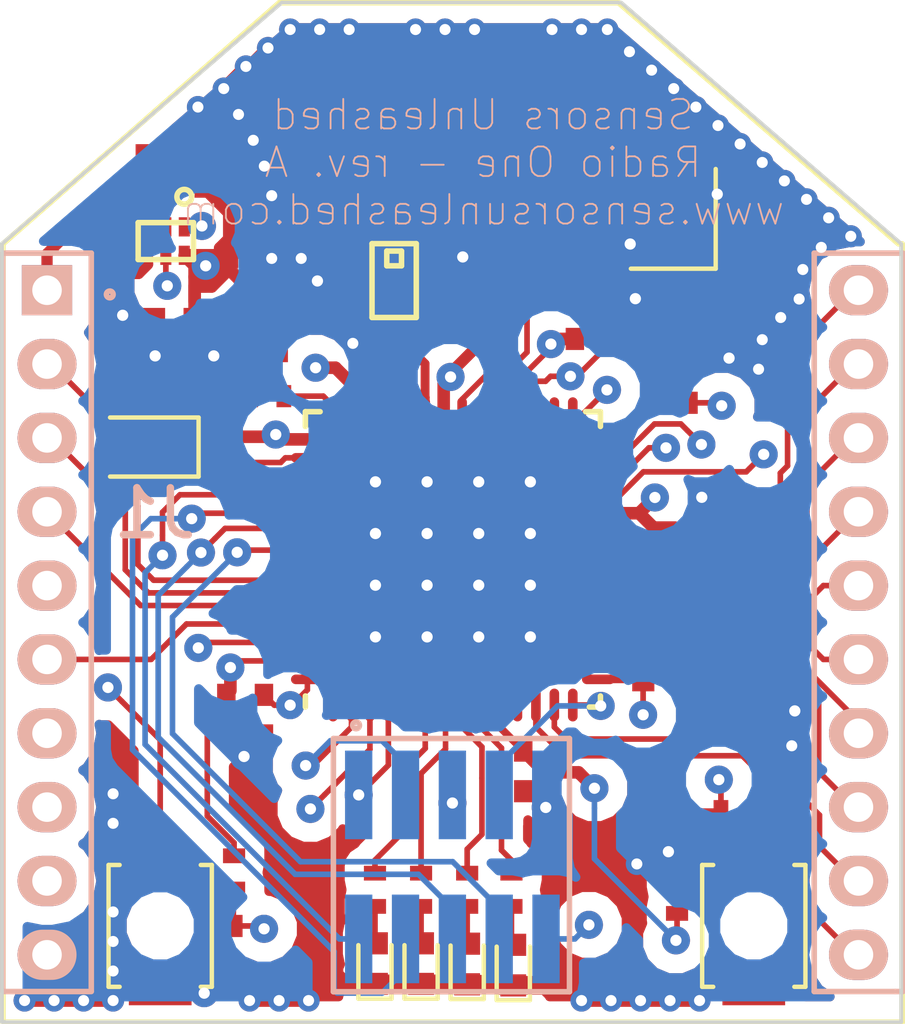
<source format=kicad_pcb>
(kicad_pcb (version 20170123) (host pcbnew no-vcs-found-0f0cb64~58~ubuntu16.10.1)
  (layers (0 F.Cu signal) (1 In1.Cu power) (2 In2.Cu power) (31 B.Cu signal) (34 B.Paste user) (35 F.Paste user) (36 B.SilkS user) (37 F.SilkS user) (38 B.Mask user) (39 F.Mask user) (44 Edge.Cuts user))
  (net 0 "")
  (net 1 GND)
  (net 2 NRST)
  (net 3 TCK)
  (net 4 TMS)
  (net 5 USB_N)
  (net 6 USB_P)
  (net 7 VDD)
  (net 8 VDD_USB)
  (net 9 PC2/DIO9)
  (net 10 PC1/DIO8)
  (net 11 XBEE_VDD)
  (net 12 PB5/DOUT)
  (net 13 PB4/DIN)
  (net 14 PB3/DIO13)
  (net 15 PB2/DIO12)
  (net 16 PD1/DIO11)
  (net 17 "Net-(J1-Pad8)")
  (net 18 PB6/TDI)
  (net 19 PB7/TDO)
  (net 20 PC0/USB_SEL)
  (net 21 "Net-(L1-Pad1)")
  (net 22 PB1/ON/BYP)
  (net 23 "Net-(AE1-Pad1)")
  (net 24 "Net-(LED4-Pad2)")
  (net 25 "Net-(LED3-Pad2)")
  (net 26 "Net-(LED2-Pad2)")
  (net 27 "Net-(LED1-Pad2)")
  (net 28 "Net-(R4-Pad1)")
  (net 29 "Net-(R3-Pad1)")
  (net 30 "Net-(C1-Pad1)")
  (net 31 "Net-(C8-Pad1)")
  (net 32 "Net-(C9-Pad1)")
  (net 33 "Net-(C2-Pad1)")
  (net 34 "Net-(U1-Pad31)")
  (net 35 "Net-(U1-Pad30)")
  (net 36 "Net-(C5-Pad1)")
  (net 37 "Net-(C6-Pad1)")
  (net 38 RF_N)
  (net 39 RF_P)
  (net 40 "Net-(U1-Pad11)")
  (net 41 "Net-(U1-Pad5)")
  (net 42 PD2/DIO10)
  (net 43 PA7/DIO0)
  (net 44 PA6/DIO1)
  (net 45 PA5/DIO2)
  (net 46 PA4/DIO3)
  (net 47 PA3/DIO4)
  (net 48 PA2/DIO5)
  (net 49 PA1/DIO6)
  (net 50 PA0/DIO7)
  (net 51 PD3/STAT)
  (net 52 PC7/L0)
  (net 53 PC6/L1)
  (net 54 PC5/L2)
  (net 55 PC4/L3)
  (net 56 PD0/USER_BUTTON)
  (module SensorsUnleashed:VIA-0.6mm (layer F.Cu) (at 87.9 60.5)
    (fp_text reference REF** hide)
    (fp_text value VIA-0.6mm hide)
    (pad 1 thru_hole circle (at 0 0) (size 0.6 0.6) (drill 0.3) (layers *.Cu) (net 1 GND))
  )
  (module SensorsUnleashed:VIA-0.6mm (layer F.Cu) (at 81.4 72.7)
    (fp_text reference REF** hide)
    (fp_text value VIA-0.6mm hide)
    (pad 1 thru_hole circle (at 0 0) (size 0.6 0.6) (drill 0.3) (layers *.Cu) (net 1 GND))
  )
  (module SensorsUnleashed:VIA-0.6mm (layer F.Cu) (at 81.4 73.5)
    (fp_text reference REF** hide)
    (fp_text value VIA-0.6mm hide)
    (pad 1 thru_hole circle (at 0 0) (size 0.6 0.6) (drill 0.3) (layers *.Cu) (net 1 GND))
  )
  (module SensorsUnleashed:VIA-0.6mm (layer F.Cu) (at 81.4 75.9)
    (fp_text reference REF** hide)
    (fp_text value VIA-0.6mm hide)
    (pad 1 thru_hole circle (at 0 0) (size 0.6 0.6) (drill 0.3) (layers *.Cu) (net 1 GND))
  )
  (module SensorsUnleashed:VIA-0.6mm (layer F.Cu) (at 81.4 76.7)
    (fp_text reference REF** hide)
    (fp_text value VIA-0.6mm hide)
    (pad 1 thru_hole circle (at 0 0) (size 0.6 0.6) (drill 0.3) (layers *.Cu) (net 1 GND))
  )
  (module SensorsUnleashed:VIA-0.6mm (layer F.Cu) (at 81.4 77.5)
    (fp_text reference REF** hide)
    (fp_text value VIA-0.6mm hide)
    (pad 1 thru_hole circle (at 0 0) (size 0.6 0.6) (drill 0.3) (layers *.Cu) (net 1 GND))
  )
  (module SensorsUnleashed:VIA-0.6mm (layer F.Cu) (at 79 78.3)
    (fp_text reference REF** hide)
    (fp_text value VIA-0.6mm hide)
    (pad 1 thru_hole circle (at 0 0) (size 0.6 0.6) (drill 0.3) (layers *.Cu) (net 1 GND))
  )
  (module SensorsUnleashed:VIA-0.6mm (layer F.Cu) (at 79.8 78.3)
    (fp_text reference REF** hide)
    (fp_text value VIA-0.6mm hide)
    (pad 1 thru_hole circle (at 0 0) (size 0.6 0.6) (drill 0.3) (layers *.Cu) (net 1 GND))
  )
  (module SensorsUnleashed:VIA-0.6mm (layer F.Cu) (at 80.6 78.3)
    (fp_text reference REF** hide)
    (fp_text value VIA-0.6mm hide)
    (pad 1 thru_hole circle (at 0 0) (size 0.6 0.6) (drill 0.3) (layers *.Cu) (net 1 GND))
  )
  (module SensorsUnleashed:VIA-0.6mm (layer F.Cu) (at 81.4 78.3)
    (fp_text reference REF** hide)
    (fp_text value VIA-0.6mm hide)
    (pad 1 thru_hole circle (at 0 0) (size 0.6 0.6) (drill 0.3) (layers *.Cu) (net 1 GND))
  )
  (module SensorsUnleashed:VIA-0.6mm (layer F.Cu) (at 86.7 78.3)
    (fp_text reference REF** hide)
    (fp_text value VIA-0.6mm hide)
    (pad 1 thru_hole circle (at 0 0) (size 0.6 0.6) (drill 0.3) (layers *.Cu) (net 1 GND))
  )
  (module SensorsUnleashed:VIA-0.6mm (layer F.Cu) (at 85.9 78.3)
    (fp_text reference REF** hide)
    (fp_text value VIA-0.6mm hide)
    (pad 1 thru_hole circle (at 0 0) (size 0.6 0.6) (drill 0.3) (layers *.Cu) (net 1 GND))
  )
  (module SensorsUnleashed:VIA-0.6mm (layer F.Cu) (at 85.1 78.3)
    (fp_text reference REF** hide)
    (fp_text value VIA-0.6mm hide)
    (pad 1 thru_hole circle (at 0 0) (size 0.6 0.6) (drill 0.3) (layers *.Cu) (net 1 GND))
  )
  (module SensorsUnleashed:VIA-0.6mm (layer F.Cu) (at 94.1 78.3)
    (fp_text reference REF** hide)
    (fp_text value VIA-0.6mm hide)
    (pad 1 thru_hole circle (at 0 0) (size 0.6 0.6) (drill 0.3) (layers *.Cu) (net 1 GND))
  )
  (module SensorsUnleashed:VIA-0.6mm (layer F.Cu) (at 94.9 78.3)
    (fp_text reference REF** hide)
    (fp_text value VIA-0.6mm hide)
    (pad 1 thru_hole circle (at 0 0) (size 0.6 0.6) (drill 0.3) (layers *.Cu) (net 1 GND))
  )
  (module SensorsUnleashed:VIA-0.6mm (layer F.Cu) (at 95.7 78.3)
    (fp_text reference REF** hide)
    (fp_text value VIA-0.6mm hide)
    (pad 1 thru_hole circle (at 0 0) (size 0.6 0.6) (drill 0.3) (layers *.Cu) (net 1 GND))
  )
  (module SensorsUnleashed:VIA-0.6mm (layer F.Cu) (at 96.5 78.3)
    (fp_text reference REF** hide)
    (fp_text value VIA-0.6mm hide)
    (pad 1 thru_hole circle (at 0 0) (size 0.6 0.6) (drill 0.3) (layers *.Cu) (net 1 GND))
  )
  (module SensorsUnleashed:VIA-0.6mm (layer F.Cu) (at 97.3 78.3)
    (fp_text reference REF** hide)
    (fp_text value VIA-0.6mm hide)
    (pad 1 thru_hole circle (at 0 0) (size 0.6 0.6) (drill 0.3) (layers *.Cu) (net 1 GND))
  )
  (module SensorsUnleashed:VIA-0.6mm (layer F.Cu) (at 95.6 74.6)
    (fp_text reference REF** hide)
    (fp_text value VIA-0.6mm hide)
    (pad 1 thru_hole circle (at 0 0) (size 0.6 0.6) (drill 0.3) (layers *.Cu) (net 1 GND))
  )
  (module SensorsUnleashed:VIA-0.6mm (layer F.Cu) (at 99.8 71.4)
    (fp_text reference REF** hide)
    (fp_text value VIA-0.6mm hide)
    (pad 1 thru_hole circle (at 0 0) (size 0.6 0.6) (drill 0.3) (layers *.Cu) (net 1 GND))
  )
  (module SensorsUnleashed:VIA-0.6mm (layer F.Cu) (at 98.9 61.2)
    (fp_text reference REF** hide)
    (fp_text value VIA-0.6mm hide)
    (pad 1 thru_hole circle (at 0 0) (size 0.6 0.6) (drill 0.3) (layers *.Cu) (net 1 GND))
  )
  (module SensorsUnleashed:VIA-0.6mm (layer F.Cu) (at 86.5 58.2)
    (fp_text reference REF** hide)
    (fp_text value VIA-0.6mm hide)
    (pad 1 thru_hole circle (at 0 0) (size 0.6 0.6) (drill 0.3) (layers *.Cu) (net 1 GND))
  )
  (module SensorsUnleashed:VIA-0.6mm (layer F.Cu) (at 85.7 58.2)
    (fp_text reference REF** hide)
    (fp_text value VIA-0.6mm hide)
    (pad 1 thru_hole circle (at 0 0) (size 0.6 0.6) (drill 0.3) (layers *.Cu) (net 1 GND))
  )
  (module SensorsUnleashed:VIA-0.6mm (layer F.Cu) (at 85.7 56.5)
    (fp_text reference REF** hide)
    (fp_text value VIA-0.6mm hide)
    (pad 1 thru_hole circle (at 0 0) (size 0.6 0.6) (drill 0.3) (layers *.Cu) (net 1 GND))
  )
  (module SensorsUnleashed:VIA-0.6mm (layer F.Cu) (at 85.5 55.7)
    (fp_text reference REF** hide)
    (fp_text value VIA-0.6mm hide)
    (pad 1 thru_hole circle (at 0 0) (size 0.6 0.6) (drill 0.3) (layers *.Cu) (net 1 GND))
  )
  (module SensorsUnleashed:VIA-0.6mm (layer F.Cu) (at 85.2 55)
    (fp_text reference REF** hide)
    (fp_text value VIA-0.6mm hide)
    (pad 1 thru_hole circle (at 0 0) (size 0.6 0.6) (drill 0.3) (layers *.Cu) (net 1 GND))
  )
  (module SensorsUnleashed:VIA-0.6mm (layer F.Cu) (at 84.8 54.3)
    (fp_text reference REF** hide)
    (fp_text value VIA-0.6mm hide)
    (pad 1 thru_hole circle (at 0 0) (size 0.6 0.6) (drill 0.3) (layers *.Cu) (net 1 GND))
  )
  (module SensorsUnleashed:VIA-0.6mm (layer F.Cu) (at 83.7 54.1)
    (fp_text reference REF** hide)
    (fp_text value VIA-0.6mm hide)
    (pad 1 thru_hole circle (at 0 0) (size 0.6 0.6) (drill 0.3) (layers *.Cu) (net 1 GND))
  )
  (module SensorsUnleashed:VIA-0.6mm (layer F.Cu) (at 84.4 53.6)
    (fp_text reference REF** hide)
    (fp_text value VIA-0.6mm hide)
    (pad 1 thru_hole circle (at 0 0) (size 0.6 0.6) (drill 0.3) (layers *.Cu) (net 1 GND))
  )
  (module SensorsUnleashed:VIA-0.6mm (layer F.Cu) (at 85 53)
    (fp_text reference REF** hide)
    (fp_text value VIA-0.6mm hide)
    (pad 1 thru_hole circle (at 0 0) (size 0.6 0.6) (drill 0.3) (layers *.Cu) (net 1 GND))
  )
  (module SensorsUnleashed:VIA-0.6mm (layer F.Cu) (at 85.6 52.5)
    (fp_text reference REF** hide)
    (fp_text value VIA-0.6mm hide)
    (pad 1 thru_hole circle (at 0 0) (size 0.6 0.6) (drill 0.3) (layers *.Cu) (net 1 GND))
  )
  (module SensorsUnleashed:VIA-0.6mm (layer F.Cu) (at 99 60.4)
    (fp_text reference REF** hide)
    (fp_text value VIA-0.6mm hide)
    (pad 1 thru_hole circle (at 0 0) (size 0.6 0.6) (drill 0.3) (layers *.Cu) (net 1 GND))
  )
  (module SensorsUnleashed:VIA-0.6mm (layer F.Cu) (at 99.5 59.8)
    (fp_text reference REF** hide)
    (fp_text value VIA-0.6mm hide)
    (pad 1 thru_hole circle (at 0 0) (size 0.6 0.6) (drill 0.3) (layers *.Cu) (net 1 GND))
  )
  (module SensorsUnleashed:VIA-0.6mm (layer F.Cu) (at 100 59.3)
    (fp_text reference REF** hide)
    (fp_text value VIA-0.6mm hide)
    (pad 1 thru_hole circle (at 0 0) (size 0.6 0.6) (drill 0.3) (layers *.Cu) (net 1 GND))
  )
  (module SensorsUnleashed:VIA-0.6mm (layer F.Cu) (at 100.1 58.5)
    (fp_text reference REF** hide)
    (fp_text value VIA-0.6mm hide)
    (pad 1 thru_hole circle (at 0 0) (size 0.6 0.6) (drill 0.3) (layers *.Cu) (net 1 GND))
  )
  (module SensorsUnleashed:VIA-0.6mm (layer F.Cu) (at 100.6 57.9)
    (fp_text reference REF** hide)
    (fp_text value VIA-0.6mm hide)
    (pad 1 thru_hole circle (at 0 0) (size 0.6 0.6) (drill 0.3) (layers *.Cu) (net 1 GND))
  )
  (module SensorsUnleashed:VIA-0.6mm (layer F.Cu) (at 101.4 57.6)
    (fp_text reference REF** hide)
    (fp_text value VIA-0.6mm hide)
    (pad 1 thru_hole circle (at 0 0) (size 0.6 0.6) (drill 0.3) (layers *.Cu) (net 1 GND))
  )
  (module SensorsUnleashed:VIA-0.6mm (layer F.Cu) (at 100.8 57.1)
    (fp_text reference REF** hide)
    (fp_text value VIA-0.6mm hide)
    (pad 1 thru_hole circle (at 0 0) (size 0.6 0.6) (drill 0.3) (layers *.Cu) (net 1 GND))
  )
  (module SensorsUnleashed:VIA-0.6mm (layer F.Cu) (at 100.2 56.6)
    (fp_text reference REF** hide)
    (fp_text value VIA-0.6mm hide)
    (pad 1 thru_hole circle (at 0 0) (size 0.6 0.6) (drill 0.3) (layers *.Cu) (net 1 GND))
  )
  (module SensorsUnleashed:VIA-0.6mm (layer F.Cu) (at 99.6 56.1)
    (fp_text reference REF** hide)
    (fp_text value VIA-0.6mm hide)
    (pad 1 thru_hole circle (at 0 0) (size 0.6 0.6) (drill 0.3) (layers *.Cu) (net 1 GND))
  )
  (module SensorsUnleashed:VIA-0.6mm (layer F.Cu) (at 99 55.6)
    (fp_text reference REF** hide)
    (fp_text value VIA-0.6mm hide)
    (pad 1 thru_hole circle (at 0 0) (size 0.6 0.6) (drill 0.3) (layers *.Cu) (net 1 GND))
  )
  (module SensorsUnleashed:VIA-0.6mm (layer F.Cu) (at 98.4 55.1)
    (fp_text reference REF** hide)
    (fp_text value VIA-0.6mm hide)
    (pad 1 thru_hole circle (at 0 0) (size 0.6 0.6) (drill 0.3) (layers *.Cu) (net 1 GND))
  )
  (module SensorsUnleashed:VIA-0.6mm (layer F.Cu) (at 97.8 54.6)
    (fp_text reference REF** hide)
    (fp_text value VIA-0.6mm hide)
    (pad 1 thru_hole circle (at 0 0) (size 0.6 0.6) (drill 0.3) (layers *.Cu) (net 1 GND))
  )
  (module SensorsUnleashed:VIA-0.6mm (layer F.Cu) (at 97.2 54.1)
    (fp_text reference REF** hide)
    (fp_text value VIA-0.6mm hide)
    (pad 1 thru_hole circle (at 0 0) (size 0.6 0.6) (drill 0.3) (layers *.Cu) (net 1 GND))
  )
  (module SensorsUnleashed:VIA-0.6mm (layer F.Cu) (at 96.6 53.6)
    (fp_text reference REF** hide)
    (fp_text value VIA-0.6mm hide)
    (pad 1 thru_hole circle (at 0 0) (size 0.6 0.6) (drill 0.3) (layers *.Cu) (net 1 GND))
  )
  (module SensorsUnleashed:VIA-0.6mm (layer F.Cu) (at 96 53.1)
    (fp_text reference REF** hide)
    (fp_text value VIA-0.6mm hide)
    (pad 1 thru_hole circle (at 0 0) (size 0.6 0.6) (drill 0.3) (layers *.Cu) (net 1 GND))
  )
  (module SensorsUnleashed:VIA-0.6mm (layer F.Cu) (at 95.4 52.6)
    (fp_text reference REF** hide)
    (fp_text value VIA-0.6mm hide)
    (pad 1 thru_hole circle (at 0 0) (size 0.6 0.6) (drill 0.3) (layers *.Cu) (net 1 GND))
  )
  (module SensorsUnleashed:VIA-0.6mm (layer F.Cu) (at 94.8 52)
    (fp_text reference REF** hide)
    (fp_text value VIA-0.6mm hide)
    (pad 1 thru_hole circle (at 0 0) (size 0.6 0.6) (drill 0.3) (layers *.Cu) (net 1 GND))
  )
  (module SensorsUnleashed:VIA-0.6mm (layer F.Cu) (at 94.1 52)
    (fp_text reference REF** hide)
    (fp_text value VIA-0.6mm hide)
    (pad 1 thru_hole circle (at 0 0) (size 0.6 0.6) (drill 0.3) (layers *.Cu) (net 1 GND))
  )
  (module SensorsUnleashed:VIA-0.6mm (layer F.Cu) (at 93.3 52)
    (fp_text reference REF** hide)
    (fp_text value VIA-0.6mm hide)
    (pad 1 thru_hole circle (at 0 0) (size 0.6 0.6) (drill 0.3) (layers *.Cu) (net 1 GND))
  )
  (module SensorsUnleashed:VIA-0.6mm (layer F.Cu) (at 91.2 52)
    (fp_text reference REF** hide)
    (fp_text value VIA-0.6mm hide)
    (pad 1 thru_hole circle (at 0 0) (size 0.6 0.6) (drill 0.3) (layers *.Cu) (net 1 GND))
  )
  (module SensorsUnleashed:VIA-0.6mm (layer F.Cu) (at 90.4 52)
    (fp_text reference REF** hide)
    (fp_text value VIA-0.6mm hide)
    (pad 1 thru_hole circle (at 0 0) (size 0.6 0.6) (drill 0.3) (layers *.Cu) (net 1 GND))
  )
  (module SensorsUnleashed:VIA-0.6mm (layer F.Cu) (at 89.6 52)
    (fp_text reference REF** hide)
    (fp_text value VIA-0.6mm hide)
    (pad 1 thru_hole circle (at 0 0) (size 0.6 0.6) (drill 0.3) (layers *.Cu) (net 1 GND))
  )
  (module SensorsUnleashed:VIA-0.6mm (layer F.Cu) (at 87.8 52)
    (fp_text reference REF** hide)
    (fp_text value VIA-0.6mm hide)
    (pad 1 thru_hole circle (at 0 0) (size 0.6 0.6) (drill 0.3) (layers *.Cu) (net 1 GND))
  )
  (module SensorsUnleashed:VIA-0.6mm (layer F.Cu) (at 87 52)
    (fp_text reference REF** hide)
    (fp_text value VIA-0.6mm hide)
    (pad 1 thru_hole circle (at 0 0) (size 0.6 0.6) (drill 0.3) (layers *.Cu) (net 1 GND))
  )
  (module SensorsUnleashed:VIA-0.6mm (layer F.Cu) (at 86.2 52)
    (fp_text reference REF** hide)
    (fp_text value VIA-0.6mm hide)
    (pad 1 thru_hole circle (at 0 0) (size 0.6 0.6) (drill 0.3) (layers *.Cu) (net 1 GND))
  )
  (module Resistors_SMD:R_0402_NoSilk (layer F.Cu) (at 96.6 62.11)
    (fp_text reference R1 hide)
    (fp_text value 2k2)
    (pad 2 smd rect (at 0.45 0) (size 0.4 0.6) (layers F.Cu F.Paste F.Mask) (net 2 NRST))
    (pad 1 smd rect (at -0.45 0) (size 0.4 0.6) (layers F.Cu F.Paste F.Mask) (net 30 "Net-(C1-Pad1)"))
  )
  (module Capacitors_SMD:C_0402_NoSilk (layer F.Cu) (at 84.47 70.57 270)
    (fp_text reference C15 hide)
    (fp_text value 1uF)
    (pad 1 smd rect (at -0.55 0 270) (size 0.6 0.5) (layers F.Cu F.Paste F.Mask) (net 7 VDD))
    (pad 2 smd rect (at 0.55 0 270) (size 0.6 0.5) (layers F.Cu F.Paste F.Mask) (net 1 GND))
  )
  (module Capacitors_SMD:C_0402_NoSilk (layer F.Cu) (at 93.92 59.83 90)
    (fp_text reference C16 hide)
    (fp_text value 100nF)
    (pad 2 smd rect (at 0.55 0 90) (size 0.6 0.5) (layers F.Cu F.Paste F.Mask) (net 1 GND))
    (pad 1 smd rect (at -0.55 0 90) (size 0.6 0.5) (layers F.Cu F.Paste F.Mask) (net 7 VDD))
  )
  (module Capacitors_SMD:C_0402_NoSilk (layer F.Cu) (at 91.48 59.82 90)
    (fp_text reference C17 hide)
    (fp_text value 100nF)
    (pad 1 smd rect (at -0.55 0 90) (size 0.6 0.5) (layers F.Cu F.Paste F.Mask) (net 7 VDD))
    (pad 2 smd rect (at 0.55 0 90) (size 0.6 0.5) (layers F.Cu F.Paste F.Mask) (net 1 GND))
  )
  (module SensorsUnleashed:SON6 (layer F.Cu) (at 82.83 57.73 270)
    (fp_text reference U2 hide)
    (fp_text value TPS6273X hide)
    (pad 1 smd rect (at -0.385 -0.5 270) (size 0.52 0.3) (layers F.Cu F.Paste F.Mask) (net 51 PD3/STAT))
    (pad 2 smd rect (at -0.385 0 270) (size 0.52 0.3) (layers F.Cu F.Paste F.Mask) (net 21 "Net-(L1-Pad1)"))
    (pad 3 smd rect (at -0.385 0.5 270) (size 0.52 0.3) (layers F.Cu F.Paste F.Mask) (net 11 XBEE_VDD))
    (pad 4 smd rect (at 0.385 0.5 270) (size 0.52 0.3) (layers F.Cu F.Paste F.Mask) (net 1 GND))
    (pad 5 smd rect (at 0.385 0 270) (size 0.52 0.3) (layers F.Cu F.Paste F.Mask) (net 22 PB1/ON/BYP))
    (pad 6 smd rect (at 0.385 -0.5 270) (size 0.52 0.3) (layers F.Cu F.Paste F.Mask) (net 7 VDD))
  )
  (module Capacitors_SMD:C_0402_NoSilk (layer F.Cu) (at 85.49 70.57 270)
    (fp_text reference C4 hide)
    (fp_text value 1uF)
    (pad 1 smd rect (at -0.55 0 270) (size 0.6 0.5) (layers F.Cu F.Paste F.Mask) (net 33 "Net-(C2-Pad1)"))
    (pad 2 smd rect (at 0.55 0 270) (size 0.6 0.5) (layers F.Cu F.Paste F.Mask) (net 1 GND))
  )
  (module SensorsUnleashed:XBEE-HEADER_with_JTAG (layer F.Cu) (at 90.604174 65.080224)
    (fp_text reference J1 (at -8.074494 0.025056) (layer B.SilkS) (effects (font (size 1.27 1.27) (thickness 0.2032)) (justify mirror)))
    (fp_text value XBEE_with_jtag hide)
    (pad 10 thru_hole oval (at -10.995494 11.980856 270) (size 1.36 1.6) (drill 0.8) (layers *.Cu *.Mask B.SilkS) (net 1 GND))
    (pad 9 thru_hole oval (at -10.995494 9.980856 270) (size 1.36 1.6) (drill 0.8) (layers *.Cu *.Mask B.SilkS) (net 42 PD2/DIO10))
    (pad 8 thru_hole oval (at -10.995494 7.980856 270) (size 1.36 1.6) (drill 0.8) (layers *.Cu *.Mask B.SilkS) (net 17 "Net-(J1-Pad8)"))
    (pad 7 thru_hole oval (at -10.995494 5.980856 270) (size 1.36 1.6) (drill 0.8) (layers *.Cu *.Mask B.SilkS) (net 16 PD1/DIO11))
    (pad 6 thru_hole oval (at -10.995494 3.980856 270) (size 1.36 1.6) (drill 0.8) (layers *.Cu *.Mask B.SilkS) (net 15 PB2/DIO12))
    (pad 5 thru_hole oval (at -10.995494 1.980856 270) (size 1.36 1.6) (drill 0.8) (layers *.Cu *.Mask B.SilkS) (net 2 NRST))
    (pad 4 thru_hole oval (at -10.995494 -0.019144 270) (size 1.36 1.6) (drill 0.8) (layers *.Cu *.Mask B.SilkS) (net 14 PB3/DIO13))
    (pad 3 thru_hole oval (at -10.995494 -2.019144 270) (size 1.36 1.6) (drill 0.8) (layers *.Cu *.Mask B.SilkS) (net 13 PB4/DIN))
    (pad 2 thru_hole oval (at -10.995494 -4.019144 270) (size 1.36 1.6) (drill 0.8) (layers *.Cu *.Mask B.SilkS) (net 12 PB5/DOUT))
    (pad 1 thru_hole rect (at -10.995494 -6.019144 270) (size 1.36 1.36) (drill 0.8) (layers *.Cu *.Mask B.SilkS) (net 11 XBEE_VDD))
    (pad 20 thru_hole oval (at 11.004506 -6.019144 270) (size 1.36 1.6) (drill 0.8) (layers *.Cu *.Mask B.SilkS) (net 43 PA7/DIO0))
    (pad 19 thru_hole oval (at 11.004506 -4.019144 270) (size 1.36 1.6) (drill 0.8) (layers *.Cu *.Mask B.SilkS) (net 44 PA6/DIO1))
    (pad 18 thru_hole oval (at 11.004506 -2.019144 270) (size 1.36 1.6) (drill 0.8) (layers *.Cu *.Mask B.SilkS) (net 45 PA5/DIO2))
    (pad 17 thru_hole oval (at 11.004506 -0.019144 270) (size 1.36 1.6) (drill 0.8) (layers *.Cu *.Mask B.SilkS) (net 46 PA4/DIO3))
    (pad 16 thru_hole oval (at 11.004506 1.980856 270) (size 1.36 1.6) (drill 0.8) (layers *.Cu *.Mask B.SilkS) (net 47 PA3/DIO4))
    (pad 15 thru_hole oval (at 11.004506 3.980856 270) (size 1.36 1.6) (drill 0.8) (layers *.Cu *.Mask B.SilkS) (net 48 PA2/DIO5))
    (pad 14 thru_hole oval (at 11.004506 5.980856 270) (size 1.36 1.6) (drill 0.8) (layers *.Cu *.Mask B.SilkS) (net 49 PA1/DIO6))
    (pad 13 thru_hole oval (at 11.004506 7.980856 270) (size 1.36 1.6) (drill 0.8) (layers *.Cu *.Mask B.SilkS) (net 50 PA0/DIO7))
    (pad 12 thru_hole oval (at 11.004506 9.980856 270) (size 1.36 1.6) (drill 0.8) (layers *.Cu *.Mask B.SilkS) (net 10 PC1/DIO8))
    (pad 11 thru_hole oval (at 11.004506 11.980856 270) (size 1.36 1.6) (drill 0.8) (layers *.Cu *.Mask B.SilkS) (net 9 PC2/DIO9))
    (pad J2 smd rect (at -2.546016 11.55057) (size 0.74 2.4) (layers B.Cu B.Paste B.Mask) (net 4 TMS))
    (pad J4 smd rect (at -1.276016 11.55057) (size 0.74 2.4) (layers B.Cu B.Paste B.Mask) (net 3 TCK))
    (pad J6 smd rect (at -0.006016 11.55057) (size 0.74 2.4) (layers B.Cu B.Paste B.Mask) (net 19 PB7/TDO))
    (pad J8 smd rect (at 1.263984 11.55057) (size 0.74 2.4) (layers B.Cu B.Paste B.Mask) (net 18 PB6/TDI))
    (pad J10 smd rect (at 2.533984 11.55057) (size 0.74 2.4) (layers B.Cu B.Paste B.Mask) (net 2 NRST))
    (pad J1 smd rect (at -2.546016 7.65057) (size 0.74 2.4) (layers B.Cu B.Paste B.Mask) (net 8 VDD_USB))
    (pad J3 smd rect (at -1.276016 7.65057) (size 0.74 2.4) (layers B.Cu B.Paste B.Mask) (net 6 USB_P))
    (pad J5 smd rect (at -0.006016 7.65057) (size 0.74 2.4) (layers B.Cu B.Paste B.Mask) (net 5 USB_N))
    (pad J7 smd rect (at 1.263984 7.65057) (size 0.74 2.4) (layers B.Cu B.Paste B.Mask) (net 20 PC0/USB_SEL))
    (pad J9 smd rect (at 2.533984 7.65057) (size 0.74 2.4) (layers B.Cu B.Paste B.Mask) (net 1 GND))
  )
  (module Capacitors_SMD:C_0402_NoSilk (layer F.Cu) (at 96.325 69.675)
    (fp_text reference C13 hide)
    (fp_text value 100nF)
    (pad 1 smd rect (at -0.55 0) (size 0.6 0.5) (layers F.Cu F.Paste F.Mask) (net 7 VDD))
    (pad 2 smd rect (at 0.55 0) (size 0.6 0.5) (layers F.Cu F.Paste F.Mask) (net 1 GND))
  )
  (module Capacitors_SMD:C_0402_NoSilk (layer F.Cu) (at 92.52 72.08 270)
    (fp_text reference C12 hide)
    (fp_text value 100nF)
    (pad 2 smd rect (at 0.55 0 270) (size 0.6 0.5) (layers F.Cu F.Paste F.Mask) (net 1 GND))
    (pad 1 smd rect (at -0.55 0 270) (size 0.6 0.5) (layers F.Cu F.Paste F.Mask) (net 7 VDD))
  )
  (module SensorsUnleashed:cc2538_QFN_56 (layer F.Cu) (at 90.613 66.35092 90)
    (fp_text reference U1 hide)
    (fp_text value CC2538)
    (pad 57 smd rect (at 2.64 -2.64 270) (size 1.32 1.32) (layers F.Cu F.Paste F.Mask) (net 1 GND))
    (pad 56 smd oval (at -3.25 -3.945 270) (size 0.26 0.89) (layers F.Cu F.Paste F.Mask) (net 33 "Net-(C2-Pad1)"))
    (pad 55 smd oval (at -2.75 -3.945 270) (size 0.26 0.89) (layers F.Cu F.Paste F.Mask) (net 7 VDD))
    (pad 54 smd oval (at -2.25 -3.945 270) (size 0.26 0.89) (layers F.Cu F.Paste F.Mask) (net 22 PB1/ON/BYP))
    (pad 53 smd oval (at -1.75 -3.945 270) (size 0.26 0.89) (layers F.Cu F.Paste F.Mask) (net 15 PB2/DIO12))
    (pad 52 smd oval (at -1.25 -3.945 270) (size 0.26 0.89) (layers F.Cu F.Paste F.Mask) (net 14 PB3/DIO13))
    (pad 51 smd oval (at -0.75 -3.945 270) (size 0.26 0.89) (layers F.Cu F.Paste F.Mask) (net 13 PB4/DIN))
    (pad 50 smd oval (at -0.25 -3.945 270) (size 0.26 0.89) (layers F.Cu F.Paste F.Mask) (net 12 PB5/DOUT))
    (pad 49 smd oval (at 0.25 -3.945 270) (size 0.26 0.89) (layers F.Cu F.Paste F.Mask) (net 18 PB6/TDI))
    (pad 48 smd oval (at 0.75 -3.945 270) (size 0.26 0.89) (layers F.Cu F.Paste F.Mask) (net 19 PB7/TDO))
    (pad 47 smd oval (at 1.25 -3.945 270) (size 0.26 0.89) (layers F.Cu F.Paste F.Mask) (net 3 TCK))
    (pad 46 smd oval (at 1.75 -3.945 270) (size 0.26 0.89) (layers F.Cu F.Paste F.Mask) (net 4 TMS))
    (pad 45 smd oval (at 2.25 -3.945 270) (size 0.26 0.89) (layers F.Cu F.Paste F.Mask) (net 32 "Net-(C9-Pad1)"))
    (pad 44 smd oval (at 2.75 -3.945 270) (size 0.26 0.89) (layers F.Cu F.Paste F.Mask) (net 31 "Net-(C8-Pad1)"))
    (pad 43 smd oval (at 3.25 -3.945 270) (size 0.26 0.89) (layers F.Cu F.Paste F.Mask) (net 7 VDD))
    (pad 29 smd oval (at 3.945 3.25) (size 0.26 0.89) (layers F.Cu F.Paste F.Mask) (net 51 PD3/STAT))
    (pad 30 smd oval (at 3.945 2.75) (size 0.26 0.89) (layers F.Cu F.Paste F.Mask) (net 35 "Net-(U1-Pad30)"))
    (pad 31 smd oval (at 3.945 2.25) (size 0.26 0.89) (layers F.Cu F.Paste F.Mask) (net 34 "Net-(U1-Pad31)"))
    (pad 32 smd oval (at 3.945 1.75) (size 0.26 0.89) (layers F.Cu F.Paste F.Mask) (net 33 "Net-(C2-Pad1)"))
    (pad 33 smd oval (at 3.945 1.25) (size 0.26 0.89) (layers F.Cu F.Paste F.Mask) (net 7 VDD))
    (pad 34 smd oval (at 3.945 0.75) (size 0.26 0.89) (layers F.Cu F.Paste F.Mask) (net 36 "Net-(C5-Pad1)"))
    (pad 35 smd oval (at 3.945 0.25) (size 0.26 0.89) (layers F.Cu F.Paste F.Mask) (net 37 "Net-(C6-Pad1)"))
    (pad 36 smd oval (at 3.945 -0.25) (size 0.26 0.89) (layers F.Cu F.Paste F.Mask) (net 7 VDD))
    (pad 37 smd oval (at 3.945 -0.75) (size 0.26 0.89) (layers F.Cu F.Paste F.Mask) (net 39 RF_P))
    (pad 38 smd oval (at 3.945 -1.25) (size 0.26 0.89) (layers F.Cu F.Paste F.Mask) (net 38 RF_N))
    (pad 39 smd oval (at 3.945 -1.75) (size 0.26 0.89) (layers F.Cu F.Paste F.Mask) (net 7 VDD))
    (pad 40 smd oval (at 3.945 -2.25) (size 0.26 0.89) (layers F.Cu F.Paste F.Mask) (net 7 VDD))
    (pad 41 smd oval (at 3.945 -2.75) (size 0.26 0.89) (layers F.Cu F.Paste F.Mask) (net 7 VDD))
    (pad 42 smd oval (at 3.945 -3.25) (size 0.26 0.89) (layers F.Cu F.Paste F.Mask) (net 29 "Net-(R3-Pad1)"))
    (pad 15 smd oval (at -3.25 3.945 270) (size 0.26 0.89) (layers F.Cu F.Paste F.Mask) (net 7 VDD))
    (pad 16 smd oval (at -2.75 3.945 270) (size 0.26 0.89) (layers F.Cu F.Paste F.Mask) (net 50 PA0/DIO7))
    (pad 17 smd oval (at -2.25 3.945 270) (size 0.26 0.89) (layers F.Cu F.Paste F.Mask) (net 49 PA1/DIO6))
    (pad 18 smd oval (at -1.75 3.945 270) (size 0.26 0.89) (layers F.Cu F.Paste F.Mask) (net 48 PA2/DIO5))
    (pad 19 smd oval (at -1.25 3.945 270) (size 0.26 0.89) (layers F.Cu F.Paste F.Mask) (net 47 PA3/DIO4))
    (pad 20 smd oval (at -0.75 3.945 270) (size 0.26 0.89) (layers F.Cu F.Paste F.Mask) (net 46 PA4/DIO3))
    (pad 21 smd oval (at -0.25 3.945 270) (size 0.26 0.89) (layers F.Cu F.Paste F.Mask) (net 45 PA5/DIO2))
    (pad 22 smd oval (at 0.25 3.945 270) (size 0.26 0.89) (layers F.Cu F.Paste F.Mask) (net 44 PA6/DIO1))
    (pad 23 smd oval (at 0.75 3.945 270) (size 0.26 0.89) (layers F.Cu F.Paste F.Mask) (net 43 PA7/DIO0))
    (pad 24 smd oval (at 1.25 3.945 270) (size 0.26 0.89) (layers F.Cu F.Paste F.Mask) (net 7 VDD))
    (pad 25 smd oval (at 1.75 3.945 270) (size 0.26 0.89) (layers F.Cu F.Paste F.Mask) (net 56 PD0/USER_BUTTON))
    (pad 26 smd oval (at 2.25 3.945 270) (size 0.26 0.89) (layers F.Cu F.Paste F.Mask) (net 16 PD1/DIO11))
    (pad 27 smd oval (at 2.75 3.945 270) (size 0.26 0.89) (layers F.Cu F.Paste F.Mask) (net 42 PD2/DIO10))
    (pad 28 smd oval (at 3.25 3.99 270) (size 0.26 0.89) (layers F.Cu F.Paste F.Mask) (net 30 "Net-(C1-Pad1)"))
    (pad 14 smd oval (at -3.945 3.25) (size 0.26 0.89) (layers F.Cu F.Paste F.Mask) (net 20 PC0/USB_SEL))
    (pad 13 smd oval (at -3.945 2.75) (size 0.26 0.89) (layers F.Cu F.Paste F.Mask) (net 10 PC1/DIO8))
    (pad 12 smd oval (at -3.945 2.25) (size 0.26 0.89) (layers F.Cu F.Paste F.Mask) (net 9 PC2/DIO9))
    (pad 11 smd oval (at -3.945 1.75) (size 0.26 0.89) (layers F.Cu F.Paste F.Mask) (net 40 "Net-(U1-Pad11)"))
    (pad 10 smd oval (at -3.945 1.25) (size 0.26 0.89) (layers F.Cu F.Paste F.Mask) (net 7 VDD))
    (pad 9 smd oval (at -3.945 0.75) (size 0.26 0.89) (layers F.Cu F.Paste F.Mask) (net 55 PC4/L3))
    (pad 8 smd oval (at -3.945 0.25) (size 0.26 0.89) (layers F.Cu F.Paste F.Mask) (net 54 PC5/L2))
    (pad 7 smd oval (at -3.945 -0.25) (size 0.26 0.89) (layers F.Cu F.Paste F.Mask) (net 53 PC6/L1))
    (pad 6 smd oval (at -3.945 -0.75) (size 0.26 0.89) (layers F.Cu F.Paste F.Mask) (net 52 PC7/L0))
    (pad 5 smd oval (at -3.945 -1.25) (size 0.26 0.89) (layers F.Cu F.Paste F.Mask) (net 41 "Net-(U1-Pad5)"))
    (pad 4 smd oval (at -3.945 -1.75) (size 0.26 0.89) (layers F.Cu F.Paste F.Mask) (net 8 VDD_USB))
    (pad 3 smd oval (at -3.945 -2.25) (size 0.26 0.89) (layers F.Cu F.Paste F.Mask) (net 5 USB_N))
    (pad 2 smd oval (at -3.945 -2.75) (size 0.26 0.89) (layers F.Cu F.Paste F.Mask) (net 6 USB_P))
    (pad 1 smd oval (at -3.945 -3.25) (size 0.26 0.89) (layers F.Cu F.Paste F.Mask) (net 1 GND))
    (pad 57 smd rect (at 2.64 -1.32 270) (size 1.32 1.32) (layers F.Cu F.Paste F.Mask) (net 1 GND))
    (pad 57 smd rect (at 2.64 0 270) (size 1.32 1.32) (layers F.Cu F.Paste F.Mask) (net 1 GND))
    (pad 57 smd rect (at 2.64 1.32 270) (size 1.32 1.32) (layers F.Cu F.Paste F.Mask) (net 1 GND))
    (pad 57 smd rect (at 2.64 2.64 270) (size 1.32 1.32) (layers F.Cu F.Paste F.Mask) (net 1 GND))
    (pad 57 smd rect (at 1.32 -2.64 270) (size 1.32 1.32) (layers F.Cu F.Paste F.Mask) (net 1 GND))
    (pad 57 smd rect (at 1.32 -1.32 270) (size 1.32 1.32) (layers F.Cu F.Paste F.Mask) (net 1 GND))
    (pad 57 smd rect (at 1.32 0 270) (size 1.32 1.32) (layers F.Cu F.Paste F.Mask) (net 1 GND))
    (pad 57 smd rect (at 1.32 1.32 270) (size 1.32 1.32) (layers F.Cu F.Paste F.Mask) (net 1 GND))
    (pad 57 smd rect (at 1.32 2.64 270) (size 1.32 1.32) (layers F.Cu F.Paste F.Mask) (net 1 GND))
    (pad 57 smd rect (at 0 -2.64 270) (size 1.32 1.32) (layers F.Cu F.Paste F.Mask) (net 1 GND))
    (pad 57 smd rect (at 0 -1.32 270) (size 1.32 1.32) (layers F.Cu F.Paste F.Mask) (net 1 GND))
    (pad 57 smd rect (at 0 1.32 270) (size 1.32 1.32) (layers F.Cu F.Paste F.Mask) (net 1 GND))
    (pad 57 smd rect (at 0 2.64 270) (size 1.32 1.32) (layers F.Cu F.Paste F.Mask) (net 1 GND))
    (pad 57 smd rect (at -1.32 -2.64 270) (size 1.32 1.32) (layers F.Cu F.Paste F.Mask) (net 1 GND))
    (pad 57 smd rect (at -1.32 -1.32 270) (size 1.32 1.32) (layers F.Cu F.Paste F.Mask) (net 1 GND))
    (pad 57 smd rect (at -1.32 0 270) (size 1.32 1.32) (layers F.Cu F.Paste F.Mask) (net 1 GND))
    (pad 57 smd rect (at -1.32 1.32 270) (size 1.32 1.32) (layers F.Cu F.Paste F.Mask) (net 1 GND))
    (pad 57 smd rect (at -1.32 2.64 270) (size 1.32 1.32) (layers F.Cu F.Paste F.Mask) (net 1 GND))
    (pad 57 smd rect (at -2.64 -2.64 270) (size 1.32 1.32) (layers F.Cu F.Paste F.Mask) (net 1 GND))
    (pad 57 smd rect (at -2.64 -1.32 270) (size 1.32 1.32) (layers F.Cu F.Paste F.Mask) (net 1 GND))
    (pad 57 smd rect (at -2.64 0 270) (size 1.32 1.32) (layers F.Cu F.Paste F.Mask) (net 1 GND))
    (pad 57 smd rect (at -2.64 1.32 270) (size 1.32 1.32) (layers F.Cu F.Paste F.Mask) (net 1 GND))
    (pad 57 smd rect (at -2.64 2.64 270) (size 1.32 1.32) (layers F.Cu F.Paste F.Mask) (net 1 GND))
    (pad 57 smd rect (at 0 0 270) (size 1.32 1.32) (layers F.Cu F.Paste F.Mask) (net 1 GND))
  )
  (module Capacitors_SMD:C_0402_NoSilk (layer F.Cu) (at 98.35 57.12 90)
    (fp_text reference C5 hide)
    (fp_text value 12pF)
    (pad 2 smd rect (at 0.55 0 90) (size 0.6 0.5) (layers F.Cu F.Paste F.Mask) (net 1 GND))
    (pad 1 smd rect (at -0.55 0 90) (size 0.6 0.5) (layers F.Cu F.Paste F.Mask) (net 36 "Net-(C5-Pad1)"))
  )
  (module Capacitors_SMD:C_0402_NoSilk (layer F.Cu) (at 96.7 73.61958 270)
    (fp_text reference C7 hide)
    (fp_text value 1uF)
    (pad 2 smd rect (at 0.55 0 270) (size 0.6 0.5) (layers F.Cu F.Paste F.Mask) (net 1 GND))
    (pad 1 smd rect (at -0.55 0 270) (size 0.6 0.5) (layers F.Cu F.Paste F.Mask) (net 56 PD0/USER_BUTTON))
  )
  (module LEDs:LED_0402 (layer F.Cu) (at 89.75 77.3 90)
    (fp_text reference LED3 hide)
    (fp_text value Orange)
    (pad 1 smd rect (at -0.55 0 270) (size 0.6 0.7) (layers F.Cu F.Paste F.Mask) (net 1 GND))
    (pad 2 smd rect (at 0.55 0 270) (size 0.6 0.7) (layers F.Cu F.Paste F.Mask) (net 25 "Net-(LED3-Pad2)"))
  )
  (module LEDs:LED_0402 (layer F.Cu) (at 88.5 77.3 90)
    (fp_text reference LED4 hide)
    (fp_text value Red)
    (pad 2 smd rect (at 0.55 0 270) (size 0.6 0.7) (layers F.Cu F.Paste F.Mask) (net 24 "Net-(LED4-Pad2)"))
    (pad 1 smd rect (at -0.55 0 270) (size 0.6 0.7) (layers F.Cu F.Paste F.Mask) (net 1 GND))
  )
  (module LEDs:LED_0402 (layer F.Cu) (at 91 77.31 90)
    (fp_text reference LED2 hide)
    (fp_text value Amber)
    (pad 1 smd rect (at -0.55 0 270) (size 0.6 0.7) (layers F.Cu F.Paste F.Mask) (net 1 GND))
    (pad 2 smd rect (at 0.55 0 270) (size 0.6 0.7) (layers F.Cu F.Paste F.Mask) (net 26 "Net-(LED2-Pad2)"))
  )
  (module LEDs:LED_0402 (layer F.Cu) (at 92.25 77.34 90)
    (fp_text reference LED1 hide)
    (fp_text value Green)
    (pad 2 smd rect (at 0.55 0 270) (size 0.6 0.7) (layers F.Cu F.Paste F.Mask) (net 27 "Net-(LED1-Pad2)"))
    (pad 1 smd rect (at -0.55 0 270) (size 0.6 0.7) (layers F.Cu F.Paste F.Mask) (net 1 GND))
  )
  (module Buttons_Switches_SMD:SW_SPST_B3U-1000P-B (layer F.Cu) (at 98.77044 76.278 90)
    (fp_text reference SW2 hide)
    (fp_text value SW_PUSH)
    (pad 1 smd rect (at -1.7 0 90) (size 0.9 1.7) (layers F.Cu F.Paste F.Mask) (net 1 GND))
    (pad 2 smd rect (at 1.7 0 90) (size 0.9 1.7) (layers F.Cu F.Paste F.Mask) (net 28 "Net-(R4-Pad1)"))
    (pad "" np_thru_hole circle (at 0 0 90) (size 0.8 0.8) (drill 0.8) (layers *.Cu *.Mask))
  )
  (module Buttons_Switches_SMD:SW_SPST_B3U-1000P-B (layer F.Cu) (at 82.677 76.278 90)
    (fp_text reference SW1 hide)
    (fp_text value SW_PUSH)
    (pad "" np_thru_hole circle (at 0 0 90) (size 0.8 0.8) (drill 0.8) (layers *.Cu *.Mask))
    (pad 2 smd rect (at 1.7 0 90) (size 0.9 1.7) (layers F.Cu F.Paste F.Mask) (net 2 NRST))
    (pad 1 smd rect (at -1.7 0 90) (size 0.9 1.7) (layers F.Cu F.Paste F.Mask) (net 1 GND))
  )
  (module Capacitors_SMD:C_0402_NoSilk (layer F.Cu) (at 96.6 61.12)
    (fp_text reference C1 hide)
    (fp_text value 1nF)
    (pad 2 smd rect (at 0.55 0) (size 0.6 0.5) (layers F.Cu F.Paste F.Mask) (net 1 GND))
    (pad 1 smd rect (at -0.55 0) (size 0.6 0.5) (layers F.Cu F.Paste F.Mask) (net 30 "Net-(C1-Pad1)"))
  )
  (module Capacitors_SMD:C_0402_NoSilk (layer F.Cu) (at 94.93 59.84 90)
    (fp_text reference C2 hide)
    (fp_text value 1uF)
    (pad 1 smd rect (at -0.55 0 90) (size 0.6 0.5) (layers F.Cu F.Paste F.Mask) (net 33 "Net-(C2-Pad1)"))
    (pad 2 smd rect (at 0.55 0 90) (size 0.6 0.5) (layers F.Cu F.Paste F.Mask) (net 1 GND))
  )
  (module Capacitors_SMD:C_0402_NoSilk (layer F.Cu) (at 84.66 76.83 270)
    (fp_text reference C3 hide)
    (fp_text value 15nF)
    (pad 2 smd rect (at 0.55 0 270) (size 0.6 0.5) (layers F.Cu F.Paste F.Mask) (net 1 GND))
    (pad 1 smd rect (at -0.55 0 270) (size 0.6 0.5) (layers F.Cu F.Paste F.Mask) (net 2 NRST))
  )
  (module Capacitors_SMD:C_0402_NoSilk (layer F.Cu) (at 94.874973 57.149213 270)
    (fp_text reference C6 hide)
    (fp_text value 12pF)
    (pad 1 smd rect (at -0.55 0 270) (size 0.6 0.5) (layers F.Cu F.Paste F.Mask) (net 37 "Net-(C6-Pad1)"))
    (pad 2 smd rect (at 0.55 0 270) (size 0.6 0.5) (layers F.Cu F.Paste F.Mask) (net 1 GND))
  )
  (module Capacitors_SMD:C_0402_NoSilk (layer F.Cu) (at 83.23 61.38 90)
    (fp_text reference C8 hide)
    (fp_text value 22pF)
    (pad 2 smd rect (at 0.55 0 90) (size 0.6 0.5) (layers F.Cu F.Paste F.Mask) (net 1 GND))
    (pad 1 smd rect (at -0.55 0 90) (size 0.6 0.5) (layers F.Cu F.Paste F.Mask) (net 31 "Net-(C8-Pad1)"))
  )
  (module Capacitors_SMD:C_0402_NoSilk (layer F.Cu) (at 85.29 60.76 180)
    (fp_text reference C20 hide)
    (fp_text value 220pF)
    (pad 1 smd rect (at -0.55 0 180) (size 0.6 0.5) (layers F.Cu F.Paste F.Mask) (net 7 VDD))
    (pad 2 smd rect (at 0.55 0 180) (size 0.6 0.5) (layers F.Cu F.Paste F.Mask) (net 1 GND))
  )
  (module Capacitors_SMD:C_0402_NoSilk (layer F.Cu) (at 83.06 59.79 180)
    (fp_text reference C10 hide)
    (fp_text value 2.2uF)
    (pad 2 smd rect (at 0.55 0 180) (size 0.6 0.5) (layers F.Cu F.Paste F.Mask) (net 1 GND))
    (pad 1 smd rect (at -0.55 0 180) (size 0.6 0.5) (layers F.Cu F.Paste F.Mask) (net 7 VDD))
  )
  (module Capacitors_SMD:C_0402_NoSilk (layer F.Cu) (at 81.49 58.04 270)
    (fp_text reference C11 hide)
    (fp_text value 2.2uF)
    (pad 1 smd rect (at -0.55 0 270) (size 0.6 0.5) (layers F.Cu F.Paste F.Mask) (net 11 XBEE_VDD))
    (pad 2 smd rect (at 0.55 0 270) (size 0.6 0.5) (layers F.Cu F.Paste F.Mask) (net 1 GND))
  )
  (module Capacitors_SMD:C_0402_NoSilk (layer F.Cu) (at 96.93 65.57)
    (fp_text reference C14 hide)
    (fp_text value 100nF)
    (pad 2 smd rect (at 0.55 0) (size 0.6 0.5) (layers F.Cu F.Paste F.Mask) (net 1 GND))
    (pad 1 smd rect (at -0.55 0) (size 0.6 0.5) (layers F.Cu F.Paste F.Mask) (net 7 VDD))
  )
  (module Capacitors_SMD:C_0402_NoSilk (layer F.Cu) (at 84.21 62.48 90)
    (fp_text reference C18 hide)
    (fp_text value 100nF)
    (pad 2 smd rect (at 0.55 0 90) (size 0.6 0.5) (layers F.Cu F.Paste F.Mask) (net 1 GND))
    (pad 1 smd rect (at -0.55 0 90) (size 0.6 0.5) (layers F.Cu F.Paste F.Mask) (net 7 VDD))
  )
  (module Capacitors_SMD:C_0402_NoSilk (layer F.Cu) (at 85.29 59.79 180)
    (fp_text reference C19 hide)
    (fp_text value 100nF)
    (pad 1 smd rect (at -0.55 0 180) (size 0.6 0.5) (layers F.Cu F.Paste F.Mask) (net 7 VDD))
    (pad 2 smd rect (at 0.55 0 180) (size 0.6 0.5) (layers F.Cu F.Paste F.Mask) (net 1 GND))
  )
  (module Capacitors_SMD:C_0402_NoSilk (layer F.Cu) (at 81.83 61.38 90)
    (fp_text reference C9 hide)
    (fp_text value 22pF)
    (pad 2 smd rect (at 0.55 0 90) (size 0.6 0.5) (layers F.Cu F.Paste F.Mask) (net 1 GND))
    (pad 1 smd rect (at -0.55 0 90) (size 0.6 0.5) (layers F.Cu F.Paste F.Mask) (net 32 "Net-(C9-Pad1)"))
  )
  (module Crystals:Crystal_SMD_2012-2pin_2.0x1.2mm (layer F.Cu) (at 82.517928 63.30856 180)
    (fp_text reference Y2 hide)
    (fp_text value Crystal)
    (pad 2 smd rect (at 0.7 0 180) (size 0.6 1.1) (layers F.Cu F.Mask) (net 32 "Net-(C9-Pad1)"))
    (pad 1 smd rect (at -0.7 0 180) (size 0.6 1.1) (layers F.Cu F.Mask) (net 31 "Net-(C8-Pad1)"))
  )
  (module Crystals:Crystal_SMD_2016-4pin_2.0x1.6mm (layer F.Cu) (at 96.587973 57.127713 90)
    (fp_text reference Y1 hide)
    (fp_text value Crystal_GND24)
    (pad 4 smd rect (at -0.7 -0.55 90) (size 0.9 0.8) (layers F.Cu F.Mask) (net 1 GND))
    (pad 3 smd rect (at 0.7 -0.55 90) (size 0.9 0.8) (layers F.Cu F.Mask) (net 37 "Net-(C6-Pad1)"))
    (pad 2 smd rect (at 0.7 0.55 90) (size 0.9 0.8) (layers F.Cu F.Mask) (net 1 GND))
    (pad 1 smd rect (at -0.7 0.55 90) (size 0.9 0.8) (layers F.Cu F.Mask) (net 36 "Net-(C5-Pad1)"))
  )
  (module Resistors_SMD:R_0402_NoSilk (layer F.Cu) (at 84.68 74.83 90)
    (fp_text reference R2 hide)
    (fp_text value 1k)
    (pad 1 smd rect (at -0.45 0 90) (size 0.4 0.6) (layers F.Cu F.Paste F.Mask) (net 2 NRST))
    (pad 2 smd rect (at 0.45 0 90) (size 0.4 0.6) (layers F.Cu F.Paste F.Mask) (net 7 VDD))
  )
  (module Resistors_SMD:R_0402_NoSilk (layer F.Cu) (at 85.58 61.93 180)
    (fp_text reference R3 hide)
    (fp_text value 56k)
    (pad 2 smd rect (at 0.45 0 180) (size 0.4 0.6) (layers F.Cu F.Paste F.Mask) (net 1 GND))
    (pad 1 smd rect (at -0.45 0 180) (size 0.4 0.6) (layers F.Cu F.Paste F.Mask) (net 29 "Net-(R3-Pad1)"))
  )
  (module Resistors_SMD:R_0402_NoSilk (layer F.Cu) (at 96.69 75.49 270)
    (fp_text reference R4 hide)
    (fp_text value 6.2k)
    (pad 1 smd rect (at -0.45 0 270) (size 0.4 0.6) (layers F.Cu F.Paste F.Mask) (net 28 "Net-(R4-Pad1)"))
    (pad 2 smd rect (at 0.45 0 270) (size 0.4 0.6) (layers F.Cu F.Paste F.Mask) (net 7 VDD))
  )
  (module Resistors_SMD:R_0402_NoSilk (layer F.Cu) (at 98.33 73.17 180)
    (fp_text reference R5 hide)
    (fp_text value 30k)
    (pad 2 smd rect (at 0.45 0 180) (size 0.4 0.6) (layers F.Cu F.Paste F.Mask) (net 56 PD0/USER_BUTTON))
    (pad 1 smd rect (at -0.45 0 180) (size 0.4 0.6) (layers F.Cu F.Paste F.Mask) (net 28 "Net-(R4-Pad1)"))
  )
  (module Resistors_SMD:R_0402_NoSilk (layer F.Cu) (at 92.2 75.3 270)
    (fp_text reference R6 hide)
    (fp_text value 100R)
    (pad 1 smd rect (at -0.45 0 270) (size 0.4 0.6) (layers F.Cu F.Paste F.Mask) (net 55 PC4/L3))
    (pad 2 smd rect (at 0.45 0 270) (size 0.4 0.6) (layers F.Cu F.Paste F.Mask) (net 27 "Net-(LED1-Pad2)"))
  )
  (module Resistors_SMD:R_0402_NoSilk (layer F.Cu) (at 91 75.3 270)
    (fp_text reference R7 hide)
    (fp_text value 100R)
    (pad 2 smd rect (at 0.45 0 270) (size 0.4 0.6) (layers F.Cu F.Paste F.Mask) (net 26 "Net-(LED2-Pad2)"))
    (pad 1 smd rect (at -0.45 0 270) (size 0.4 0.6) (layers F.Cu F.Paste F.Mask) (net 54 PC5/L2))
  )
  (module Resistors_SMD:R_0402_NoSilk (layer F.Cu) (at 89.75 75.3 270)
    (fp_text reference R8 hide)
    (fp_text value 100R)
    (pad 1 smd rect (at -0.45 0 270) (size 0.4 0.6) (layers F.Cu F.Paste F.Mask) (net 53 PC6/L1))
    (pad 2 smd rect (at 0.45 0 270) (size 0.4 0.6) (layers F.Cu F.Paste F.Mask) (net 25 "Net-(LED3-Pad2)"))
  )
  (module Resistors_SMD:R_0402_NoSilk (layer F.Cu) (at 88.5 75.3 270)
    (fp_text reference R9 hide)
    (fp_text value 100R)
    (pad 2 smd rect (at 0.45 0 270) (size 0.4 0.6) (layers F.Cu F.Paste F.Mask) (net 24 "Net-(LED4-Pad2)"))
    (pad 1 smd rect (at -0.45 0 270) (size 0.4 0.6) (layers F.Cu F.Paste F.Mask) (net 52 PC7/L0))
  )
  (module SensorsUnleashed:Antenna_Ext_3pin_smd (layer F.Cu) (at 90.4 54.8)
    (fp_text reference AE1 hide)
    (fp_text value Antenna_Shield_3pin)
    (pad 2 smd rect (at -1.685 -1.25 90) (size 2.5 1.15) (layers F.Cu F.Paste F.Mask) (net 1 GND))
    (pad 1 smd rect (at 0 0.48) (size 1.15 1.2) (layers F.Cu F.Paste F.Mask) (net 23 "Net-(AE1-Pad1)"))
    (pad 2 smd rect (at 1.685 -1.25) (size 1.2 2.5) (layers F.Cu F.Paste F.Mask) (net 1 GND))
  )
  (module SensorsUnleashed:BALUM_2450BM15A0002 (layer F.Cu) (at 89.02 58.8 90)
    (fp_text reference TR1 hide)
    (fp_text value BALUN_2450BM15A0002 hide)
    (pad 2 smd rect (at 0 -0.9 90) (size 0.35 1) (layers F.Cu F.Paste F.Mask) (net 1 GND))
    (pad 5 smd rect (at 0 0.9 90) (size 0.35 1) (layers F.Cu F.Paste F.Mask) (net 1 GND))
    (pad 1 smd rect (at 0.65 -0.9 90) (size 0.35 1) (layers F.Cu F.Paste F.Mask) (net 23 "Net-(AE1-Pad1)"))
    (pad 3 smd rect (at -0.65 -0.9 90) (size 0.35 1) (layers F.Cu F.Paste F.Mask) (net 38 RF_N))
    (pad 4 smd rect (at -0.65 0.9 90) (size 0.35 1) (layers F.Cu F.Paste F.Mask) (net 39 RF_P))
    (pad 6 smd rect (at 0.65 0.9 90) (size 0.35 1) (layers F.Cu F.Paste F.Mask) (net 1 GND))
  )
  (module SensorsUnleashed:L_0805 (layer F.Cu) (at 83.11 55.83)
    (fp_text reference L1 hide)
    (fp_text value 2.2uH)
    (pad 1 smd rect (at -0.8 0) (size 0.6 1.45) (layers F.Cu F.Paste F.Mask) (net 21 "Net-(L1-Pad1)"))
    (pad 2 smd rect (at 0.8 0) (size 0.6 1.45) (layers F.Cu F.Paste F.Mask) (net 7 VDD))
  )
  (gr_text "Sensors Unleashed\nRadio One - rev. A\nwww.sensorsunleashed.com" (at 91.43 55.6) (layer B.SilkS) (effects (font (size 0.8 0.8) (thickness 0.05)) (justify mirror)))
  (gr_line (start 85.97708 51.26996) (end 78.38708 57.79996) (layer Edge.Cuts) (width 0.1))
  (gr_line (start 95.17708 51.26996) (end 85.97708 51.26996) (layer Edge.Cuts) (width 0.1))
  (gr_line (start 78.38708 57.79996) (end 78.38708 78.87996) (layer Edge.Cuts) (width 0.1))
  (gr_line (start 102.76708 57.79996) (end 95.17708 51.26996) (layer Edge.Cuts) (width 0.1))
  (gr_line (start 102.76708 78.87996) (end 102.76708 57.79996) (layer Edge.Cuts) (width 0.1))
  (gr_line (start 78.38708 78.87996) (end 102.76708 78.87996) (layer Edge.Cuts) (width 0.1))
  (segment (start 97.88 61.12) (end 98.1 60.9) (width 0.340502) (layer F.Cu) (net 1))
  (segment (start 97.15 61.12) (end 97.88 61.12) (width 0.340502) (layer F.Cu) (net 1))
  (via (at 98.1 60.9) (size 0.762) (drill 0.3048) (layers F.Cu B.Cu) (net 1))
  (segment (start 85 53) (end 85.1 53) (width 0.340502) (layer F.Cu) (net 1))
  (segment (start 85.1 53) (end 85.6 52.5) (width 0.340502) (layer F.Cu) (net 1))
  (segment (start 84.4 53.6) (end 85 53) (width 0.340502) (layer F.Cu) (net 1))
  (segment (start 83.7 54.1) (end 83.9 54.1) (width 0.340502) (layer F.Cu) (net 1))
  (segment (start 83.9 54.1) (end 84.4 53.6) (width 0.340502) (layer F.Cu) (net 1))
  (segment (start 98.9 61.2) (end 98.9 60.5) (width 0.340502) (layer F.Cu) (net 1))
  (segment (start 98.9 60.5) (end 99 60.4) (width 0.340502) (layer F.Cu) (net 1))
  (segment (start 81.4 76.7) (end 81.4 75.9) (width 0.340502) (layer F.Cu) (net 1))
  (segment (start 81.4 77.5) (end 81.4 76.7) (width 0.340502) (layer F.Cu) (net 1))
  (segment (start 81.4 78.3) (end 81.4 77.5) (width 0.340502) (layer F.Cu) (net 1))
  (segment (start 80.6 78.3) (end 81.4 78.3) (width 0.340502) (layer F.Cu) (net 1))
  (segment (start 79.8 78.3) (end 80.6 78.3) (width 0.340502) (layer F.Cu) (net 1))
  (segment (start 79 78.3) (end 79.8 78.3) (width 0.340502) (layer F.Cu) (net 1))
  (segment (start 79.60868 77.06108) (end 79.60868 77.69132) (width 0.340502) (layer F.Cu) (net 1))
  (segment (start 79.60868 77.69132) (end 79 78.3) (width 0.340502) (layer F.Cu) (net 1))
  (segment (start 85.9 78.3) (end 86.7 78.3) (width 0.340502) (layer F.Cu) (net 1))
  (segment (start 85.1 78.3) (end 85.9 78.3) (width 0.340502) (layer F.Cu) (net 1))
  (segment (start 94.1 78.3) (end 94.9 78.3) (width 0.340502) (layer F.Cu) (net 1))
  (segment (start 95.7 78.3) (end 94.9 78.3) (width 0.340502) (layer F.Cu) (net 1))
  (segment (start 96.5 78.3) (end 95.7 78.3) (width 0.340502) (layer F.Cu) (net 1))
  (segment (start 97.3 78.3) (end 96.5 78.3) (width 0.340502) (layer F.Cu) (net 1))
  (segment (start 98.77044 77.978) (end 97.622 77.978) (width 0.340502) (layer F.Cu) (net 1))
  (segment (start 97.622 77.978) (end 97.3 78.3) (width 0.340502) (layer F.Cu) (net 1))
  (segment (start 83.87 78.1) (end 84.9 78.1) (width 0.340502) (layer F.Cu) (net 1))
  (segment (start 84.9 78.1) (end 85.1 78.3) (width 0.340502) (layer F.Cu) (net 1))
  (segment (start 97.48 65.57) (end 97.48 64.79) (width 0.340502) (layer F.Cu) (net 1))
  (via (at 97.36 64.67) (size 0.762) (drill 0.3048) (layers F.Cu B.Cu) (net 1))
  (segment (start 97.48 64.79) (end 97.36 64.67) (width 0.340502) (layer F.Cu) (net 1))
  (segment (start 99.102282 69.675) (end 99.501611 70.074329) (width 0.2032) (layer F.Cu) (net 1))
  (segment (start 99.501611 70.074329) (end 99.88261 70.455328) (width 0.2032) (layer F.Cu) (net 1))
  (via (at 99.88261 70.455328) (size 0.762) (drill 0.3048) (layers F.Cu B.Cu) (net 1))
  (segment (start 96.875 69.675) (end 99.102282 69.675) (width 0.2032) (layer F.Cu) (net 1))
  (segment (start 91.48 59.27) (end 91.48 58.76) (width 0.340502) (layer F.Cu) (net 1))
  (segment (start 91.48 58.76) (end 90.88 58.16) (width 0.340502) (layer F.Cu) (net 1))
  (segment (start 89.92 58.15) (end 90.87 58.15) (width 0.340502) (layer F.Cu) (net 1))
  (segment (start 90.87 58.15) (end 90.88 58.16) (width 0.340502) (layer F.Cu) (net 1))
  (via (at 90.88 58.16) (size 0.762) (drill 0.3048) (layers F.Cu B.Cu) (net 1))
  (segment (start 89.92 58.8) (end 89.92 58.15) (width 0.340502) (layer F.Cu) (net 1))
  (segment (start 87.15 58.8) (end 86.95 58.8) (width 0.340502) (layer F.Cu) (net 1))
  (segment (start 86.95 58.8) (end 86.94 58.81) (width 0.340502) (layer F.Cu) (net 1))
  (via (at 86.94 58.81) (size 0.762) (drill 0.3048) (layers F.Cu B.Cu) (net 1))
  (segment (start 88.12 58.8) (end 87.15 58.8) (width 0.340502) (layer F.Cu) (net 1))
  (segment (start 89.92 58.8) (end 88.12 58.8) (width 0.340502) (layer F.Cu) (net 1))
  (segment (start 81.49 58.59) (end 82.080502 58.59) (width 0.340502) (layer F.Cu) (net 1))
  (segment (start 82.080502 58.59) (end 82.319748 58.350754) (width 0.340502) (layer F.Cu) (net 1))
  (segment (start 81.49 58.59) (end 81.49 59.57) (width 0.340502) (layer F.Cu) (net 1))
  (segment (start 81.49 59.57) (end 81.66 59.74) (width 0.340502) (layer F.Cu) (net 1))
  (segment (start 82.51 59.79) (end 81.71 59.79) (width 0.340502) (layer F.Cu) (net 1))
  (segment (start 81.71 59.79) (end 81.66 59.74) (width 0.340502) (layer F.Cu) (net 1))
  (via (at 81.66 59.74) (size 0.762) (drill 0.3048) (layers F.Cu B.Cu) (net 1))
  (segment (start 93.34557 72.854428) (end 93.129998 73.07) (width 0.1524) (layer F.Cu) (net 1))
  (segment (start 92.689998 72.63) (end 92.748999 72.689001) (width 0.3048) (layer F.Cu) (net 1))
  (segment (start 92.52 72.63) (end 92.689998 72.63) (width 0.3048) (layer F.Cu) (net 1))
  (segment (start 93.138158 72.730794) (end 93.138158 73.06184) (width 0.340502) (layer B.Cu) (net 1))
  (segment (start 93.138158 73.06184) (end 93.129998 73.07) (width 0.340502) (layer B.Cu) (net 1))
  (segment (start 92.748999 72.689001) (end 93.129998 73.07) (width 0.3048) (layer F.Cu) (net 1))
  (via (at 93.129998 73.07) (size 0.762) (drill 0.3048) (layers F.Cu B.Cu) (net 1))
  (segment (start 85.330999 71.309001) (end 84.95 71.69) (width 0.340502) (layer F.Cu) (net 1))
  (segment (start 85.634206 71.213704) (end 85.426296 71.213704) (width 0.340502) (layer F.Cu) (net 1))
  (segment (start 85.426296 71.213704) (end 85.330999 71.309001) (width 0.340502) (layer F.Cu) (net 1))
  (via (at 84.95 71.69) (size 0.762) (drill 0.3048) (layers F.Cu B.Cu) (net 1))
  (segment (start 87.363 70.29592) (end 87.37921 70.27971) (width 0.1524) (layer F.Cu) (net 1))
  (segment (start 87.37921 70.27971) (end 87.37921 69.58471) (width 0.1524) (layer F.Cu) (net 1))
  (segment (start 87.37921 69.58471) (end 88.132001 68.831919) (width 0.1524) (layer F.Cu) (net 1))
  (segment (start 88.132001 68.831919) (end 88.513 68.45092) (width 0.1524) (layer F.Cu) (net 1))
  (segment (start 95.021185 59.29) (end 95.56 59.29) (width 0.1524) (layer F.Cu) (net 1))
  (segment (start 94.87 59.29) (end 95.021185 59.29) (width 0.1524) (layer F.Cu) (net 1))
  (segment (start 94.86 59.3) (end 94.87 59.29) (width 0.1524) (layer F.Cu) (net 1))
  (via (at 95.56 59.29) (size 0.762) (drill 0.3048) (layers F.Cu B.Cu) (net 1))
  (segment (start 84.74 60.76) (end 84.74 59.79) (width 0.340502) (layer F.Cu) (net 1))
  (segment (start 84.74 60.76) (end 84.74 60.25) (width 0.340502) (layer F.Cu) (net 1))
  (segment (start 84.74 60.25) (end 84.71 60.22) (width 0.340502) (layer F.Cu) (net 1))
  (segment (start 84.71 60.26) (end 84.71 59.82) (width 0.340502) (layer F.Cu) (net 1))
  (segment (start 84.71 59.82) (end 84.74 59.79) (width 0.340502) (layer F.Cu) (net 1))
  (segment (start 85.13 61.93) (end 85.13 61.15) (width 0.340502) (layer F.Cu) (net 1))
  (segment (start 85.13 61.15) (end 84.74 60.76) (width 0.340502) (layer F.Cu) (net 1))
  (segment (start 84.21 61.93) (end 85.13 61.93) (width 0.340502) (layer F.Cu) (net 1))
  (segment (start 84.21 61.93) (end 84.21 60.92) (width 0.340502) (layer F.Cu) (net 1))
  (segment (start 84.21 60.92) (end 84.13 60.84) (width 0.340502) (layer F.Cu) (net 1))
  (segment (start 84.47 71.12) (end 85.49 71.12) (width 0.1524) (layer F.Cu) (net 1))
  (segment (start 96.511463 74.268988) (end 96.455821 74.268988) (width 0.1524) (layer F.Cu) (net 1))
  (via (at 96.455821 74.268988) (size 0.762) (drill 0.3048) (layers F.Cu B.Cu) (net 1))
  (segment (start 96.7 74.06916) (end 96.7 74.080451) (width 0.1524) (layer F.Cu) (net 1))
  (segment (start 96.7 74.080451) (end 96.511463 74.268988) (width 0.1524) (layer F.Cu) (net 1))
  (segment (start 91.313 65.65092) (end 92.713 65.65092) (width 0.340502) (layer F.Cu) (net 1))
  (segment (start 89.913 65.65092) (end 91.313 65.65092) (width 0.340502) (layer F.Cu) (net 1))
  (segment (start 88.513 65.65092) (end 89.913 65.65092) (width 0.340502) (layer F.Cu) (net 1))
  (segment (start 89.913 67.05092) (end 88.513 67.05092) (width 0.340502) (layer F.Cu) (net 1))
  (segment (start 91.313 67.05092) (end 89.913 67.05092) (width 0.340502) (layer F.Cu) (net 1))
  (segment (start 92.713 67.05092) (end 91.313 67.05092) (width 0.340502) (layer F.Cu) (net 1))
  (segment (start 92.713 68.45092) (end 92.713 67.05092) (width 0.340502) (layer F.Cu) (net 1))
  (segment (start 91.313 68.45092) (end 92.713 68.45092) (width 0.340502) (layer F.Cu) (net 1))
  (segment (start 89.913 68.45092) (end 91.313 68.45092) (width 0.340502) (layer F.Cu) (net 1))
  (segment (start 88.513 68.45092) (end 89.913 68.45092) (width 0.340502) (layer F.Cu) (net 1))
  (segment (start 88.513 67.05092) (end 88.513 68.45092) (width 0.340502) (layer F.Cu) (net 1))
  (segment (start 88.513 65.65092) (end 88.513 67.05092) (width 0.340502) (layer F.Cu) (net 1))
  (segment (start 88.513 64.25092) (end 88.513 65.65092) (width 0.340502) (layer F.Cu) (net 1))
  (segment (start 92.713 64.25092) (end 92.713 65.65092) (width 0.340502) (layer F.Cu) (net 1))
  (segment (start 91.313 64.25092) (end 92.713 64.25092) (width 0.340502) (layer F.Cu) (net 1))
  (segment (start 89.913 64.25092) (end 91.313 64.25092) (width 0.340502) (layer F.Cu) (net 1))
  (segment (start 88.513 64.25092) (end 89.913 64.25092) (width 0.340502) (layer F.Cu) (net 1))
  (segment (start 83.23 60.83) (end 84.12 60.83) (width 0.340502) (layer F.Cu) (net 1))
  (segment (start 84.12 60.83) (end 84.13 60.84) (width 0.340502) (layer F.Cu) (net 1))
  (segment (start 84.71 60.22) (end 84.71 60.26) (width 0.340502) (layer F.Cu) (net 1))
  (segment (start 84.71 60.26) (end 84.13 60.84) (width 0.340502) (layer F.Cu) (net 1))
  (via (at 84.13 60.84) (size 0.762) (drill 0.3048) (layers F.Cu B.Cu) (net 1))
  (segment (start 82.54 60.84) (end 82.54 59.82) (width 0.254) (layer F.Cu) (net 1))
  (segment (start 82.54 59.82) (end 82.51 59.79) (width 0.254) (layer F.Cu) (net 1))
  (segment (start 82.53 60.83) (end 82.54 60.84) (width 0.1524) (layer F.Cu) (net 1))
  (segment (start 81.83 60.83) (end 82.53 60.83) (width 0.1524) (layer F.Cu) (net 1))
  (segment (start 82.55 60.83) (end 82.54 60.84) (width 0.1524) (layer F.Cu) (net 1))
  (segment (start 83.23 60.83) (end 82.55 60.83) (width 0.1524) (layer F.Cu) (net 1))
  (via (at 82.54 60.84) (size 0.762) (drill 0.3048) (layers F.Cu B.Cu) (net 1))
  (segment (start 97.137973 56.427713) (end 97.747713 56.427713) (width 0.340502) (layer F.Cu) (net 1))
  (segment (start 97.747713 56.427713) (end 97.78 56.46) (width 0.340502) (layer F.Cu) (net 1))
  (segment (start 98.35 56.57) (end 97.89 56.57) (width 0.340502) (layer F.Cu) (net 1))
  (segment (start 97.89 56.57) (end 97.78 56.46) (width 0.340502) (layer F.Cu) (net 1))
  (via (at 97.78 56.46) (size 0.762) (drill 0.3048) (layers F.Cu B.Cu) (net 1))
  (segment (start 94.874973 57.699213) (end 95.309213 57.699213) (width 0.1524) (layer F.Cu) (net 1))
  (segment (start 95.309213 57.699213) (end 95.42 57.81) (width 0.1524) (layer F.Cu) (net 1))
  (segment (start 96.037973 57.827713) (end 95.437713 57.827713) (width 0.1524) (layer F.Cu) (net 1))
  (segment (start 95.437713 57.827713) (end 95.42 57.81) (width 0.1524) (layer F.Cu) (net 1))
  (via (at 95.42 57.81) (size 0.762) (drill 0.3048) (layers F.Cu B.Cu) (net 1))
  (via (at 88.513 68.45092) (size 0.762) (drill 0.3048) (layers F.Cu B.Cu) (net 1))
  (via (at 89.913 68.45092) (size 0.762) (drill 0.3048) (layers F.Cu B.Cu) (net 1))
  (via (at 91.313 68.45092) (size 0.762) (drill 0.3048) (layers F.Cu B.Cu) (net 1))
  (via (at 92.713 68.45092) (size 0.762) (drill 0.3048) (layers F.Cu B.Cu) (net 1))
  (via (at 92.713 67.05092) (size 0.762) (drill 0.3048) (layers F.Cu B.Cu) (net 1))
  (via (at 91.313 67.05092) (size 0.762) (drill 0.3048) (layers F.Cu B.Cu) (net 1))
  (via (at 89.913 67.05092) (size 0.762) (drill 0.3048) (layers F.Cu B.Cu) (net 1))
  (via (at 88.513 67.05092) (size 0.762) (drill 0.3048) (layers F.Cu B.Cu) (net 1))
  (via (at 88.513 64.25092) (size 0.762) (drill 0.3048) (layers F.Cu B.Cu) (net 1))
  (via (at 88.513 65.65092) (size 0.762) (drill 0.3048) (layers F.Cu B.Cu) (net 1))
  (via (at 89.913 65.65092) (size 0.762) (drill 0.3048) (layers F.Cu B.Cu) (net 1))
  (via (at 91.313 65.65092) (size 0.762) (drill 0.3048) (layers F.Cu B.Cu) (net 1))
  (via (at 92.713 65.65092) (size 0.762) (drill 0.3048) (layers F.Cu B.Cu) (net 1))
  (via (at 92.713 64.25092) (size 0.762) (drill 0.3048) (layers F.Cu B.Cu) (net 1))
  (via (at 91.313 64.25092) (size 0.762) (drill 0.3048) (layers F.Cu B.Cu) (net 1))
  (via (at 89.913 64.25092) (size 0.762) (drill 0.3048) (layers F.Cu B.Cu) (net 1))
  (segment (start 84.66 77.38) (end 84.59 77.38) (width 0.1524) (layer F.Cu) (net 1))
  (segment (start 84.59 77.38) (end 83.87 78.1) (width 0.1524) (layer F.Cu) (net 1))
  (segment (start 82.677 77.978) (end 83.748 77.978) (width 0.1524) (layer F.Cu) (net 1))
  (segment (start 83.748 77.978) (end 83.87 78.1) (width 0.1524) (layer F.Cu) (net 1))
  (via (at 83.87 78.1) (size 0.762) (drill 0.3048) (layers F.Cu B.Cu) (net 1))
  (segment (start 97.82 62.11) (end 97.9 62.19) (width 0.1524) (layer F.Cu) (net 2))
  (segment (start 97.05 62.11) (end 97.82 62.11) (width 0.1524) (layer F.Cu) (net 2))
  (via (at 97.9 62.19) (size 0.762) (drill 0.3048) (layers F.Cu B.Cu) (net 2))
  (segment (start 82.677 71.237) (end 81.640999 70.200999) (width 0.1524) (layer F.Cu) (net 2))
  (segment (start 82.677 74.578) (end 82.677 71.237) (width 0.1524) (layer F.Cu) (net 2))
  (segment (start 81.640999 70.200999) (end 81.26 69.82) (width 0.1524) (layer F.Cu) (net 2))
  (via (at 81.26 69.82) (size 0.762) (drill 0.3048) (layers F.Cu B.Cu) (net 2))
  (segment (start 93.138158 76.630794) (end 93.919196 76.630794) (width 0.1524) (layer B.Cu) (net 2))
  (segment (start 93.919196 76.630794) (end 94.29999 76.25) (width 0.1524) (layer B.Cu) (net 2))
  (via (at 94.29999 76.25) (size 0.762) (drill 0.3048) (layers F.Cu B.Cu) (net 2))
  (segment (start 84.66 76.28) (end 85.415734 76.28) (width 0.1524) (layer F.Cu) (net 2))
  (segment (start 85.415734 76.28) (end 85.492867 76.357133) (width 0.1524) (layer F.Cu) (net 2))
  (via (at 85.492867 76.357133) (size 0.762) (drill 0.3048) (layers F.Cu B.Cu) (net 2))
  (segment (start 84.68 75.28) (end 82.7766 75.28) (width 0.1524) (layer F.Cu) (net 2))
  (segment (start 82.677 75.1804) (end 82.677 74.578) (width 0.1524) (layer F.Cu) (net 2))
  (segment (start 82.7766 75.28) (end 82.677 75.1804) (width 0.1524) (layer F.Cu) (net 2))
  (segment (start 84.66 76.28) (end 84.66 75.3) (width 0.1524) (layer F.Cu) (net 2))
  (segment (start 84.66 75.3) (end 84.68 75.28) (width 0.1524) (layer F.Cu) (net 2))
  (segment (start 81.925744 71.505804) (end 81.925744 65.744256) (width 0.1524) (layer B.Cu) (net 3))
  (segment (start 81.925744 65.744256) (end 82.42187 65.24813) (width 0.1524) (layer B.Cu) (net 3))
  (segment (start 89.328158 76.630794) (end 89.328158 77.460794) (width 0.1524) (layer B.Cu) (net 3))
  (segment (start 87.393146 78.014944) (end 87.393144 76.973204) (width 0.1524) (layer B.Cu) (net 3))
  (segment (start 89.328158 77.460794) (end 88.691957 78.096995) (width 0.1524) (layer B.Cu) (net 3))
  (segment (start 83.677928 65.10092) (end 83.530718 65.24813) (width 0.1524) (layer F.Cu) (net 3))
  (segment (start 82.991903 65.24813) (end 83.530718 65.24813) (width 0.1524) (layer B.Cu) (net 3))
  (segment (start 87.393144 76.973204) (end 81.925744 71.505804) (width 0.1524) (layer B.Cu) (net 3))
  (segment (start 86.668 65.10092) (end 83.677928 65.10092) (width 0.1524) (layer F.Cu) (net 3))
  (segment (start 88.691957 78.096995) (end 87.475197 78.096995) (width 0.1524) (layer B.Cu) (net 3))
  (segment (start 82.42187 65.24813) (end 82.991903 65.24813) (width 0.1524) (layer B.Cu) (net 3))
  (via (at 83.530718 65.24813) (size 0.762) (drill 0.3048) (layers F.Cu B.Cu) (net 3))
  (segment (start 87.475197 78.096995) (end 87.393146 78.014944) (width 0.1524) (layer B.Cu) (net 3))
  (segment (start 83.211222 64.60092) (end 82.739998 65.072144) (width 0.1524) (layer F.Cu) (net 4))
  (segment (start 86.668 64.60092) (end 83.211222 64.60092) (width 0.1524) (layer F.Cu) (net 4))
  (segment (start 82.739998 65.072144) (end 82.739998 65.701185) (width 0.1524) (layer F.Cu) (net 4))
  (segment (start 82.739998 65.701185) (end 82.739998 66.24) (width 0.1524) (layer F.Cu) (net 4))
  (segment (start 82.358999 66.620999) (end 82.739998 66.24) (width 0.1524) (layer B.Cu) (net 4))
  (via (at 82.739998 66.24) (size 0.762) (drill 0.3048) (layers F.Cu B.Cu) (net 4))
  (segment (start 82.268154 66.711844) (end 82.358999 66.620999) (width 0.1524) (layer B.Cu) (net 4))
  (segment (start 87.535758 76.630794) (end 82.268154 71.36319) (width 0.1524) (layer B.Cu) (net 4))
  (segment (start 88.058158 76.630794) (end 87.535758 76.630794) (width 0.1524) (layer B.Cu) (net 4))
  (segment (start 82.268154 71.36319) (end 82.268154 66.711844) (width 0.1524) (layer B.Cu) (net 4))
  (segment (start 87.130999 72.729001) (end 86.75 73.11) (width 0.1524) (layer F.Cu) (net 5))
  (segment (start 88.363 71.497) (end 87.130999 72.729001) (width 0.1524) (layer F.Cu) (net 5))
  (segment (start 88.363 70.29592) (end 88.363 71.497) (width 0.1524) (layer F.Cu) (net 5))
  (via (at 86.75 73.11) (size 0.762) (drill 0.3048) (layers F.Cu B.Cu) (net 5))
  (via (at 90.6 72.95) (size 0.762) (drill 0.3048) (layers F.Cu B.Cu) (net 5))
  (segment (start 89.328158 72.730794) (end 89.328158 71.900794) (width 0.1524) (layer B.Cu) (net 6))
  (segment (start 87.290663 71.264593) (end 87.000755 71.554501) (width 0.1524) (layer B.Cu) (net 6))
  (segment (start 89.328158 71.900794) (end 88.691957 71.264593) (width 0.1524) (layer B.Cu) (net 6))
  (segment (start 86.82082 71.9355) (end 86.619756 71.9355) (width 0.1524) (layer F.Cu) (net 6))
  (segment (start 87.000755 71.554501) (end 86.619756 71.9355) (width 0.1524) (layer B.Cu) (net 6))
  (segment (start 87.863 70.89332) (end 86.82082 71.9355) (width 0.1524) (layer F.Cu) (net 6))
  (segment (start 88.691957 71.264593) (end 87.290663 71.264593) (width 0.1524) (layer B.Cu) (net 6))
  (via (at 86.619756 71.9355) (size 0.762) (drill 0.3048) (layers F.Cu B.Cu) (net 6))
  (segment (start 87.863 70.29592) (end 87.863 70.89332) (width 0.1524) (layer F.Cu) (net 6))
  (segment (start 94.45 73.088813) (end 94.45 72.549998) (width 0.1524) (layer B.Cu) (net 7))
  (segment (start 94.45 74.46) (end 94.45 73.088813) (width 0.1524) (layer B.Cu) (net 7))
  (segment (start 92.52 71.53) (end 93.108999 72.118999) (width 0.340502) (layer F.Cu) (net 7))
  (segment (start 96.66 76.67) (end 94.45 74.46) (width 0.1524) (layer B.Cu) (net 7))
  (segment (start 93.108999 72.118999) (end 94.019001 72.118999) (width 0.340502) (layer F.Cu) (net 7))
  (segment (start 94.069001 72.168999) (end 94.45 72.549998) (width 0.340502) (layer F.Cu) (net 7))
  (segment (start 94.019001 72.118999) (end 94.069001 72.168999) (width 0.340502) (layer F.Cu) (net 7))
  (via (at 94.45 72.549998) (size 0.762) (drill 0.3048) (layers F.Cu B.Cu) (net 7))
  (segment (start 96.69 76.64) (end 96.66 76.67) (width 0.1524) (layer F.Cu) (net 7))
  (segment (start 96.38 65.57) (end 96.131332 65.57) (width 0.340502) (layer F.Cu) (net 7))
  (segment (start 96.131332 65.57) (end 95.662252 65.10092) (width 0.340502) (layer F.Cu) (net 7))
  (segment (start 94.558 65.10092) (end 95.662252 65.10092) (width 0.340502) (layer F.Cu) (net 7))
  (segment (start 96.15 64.613172) (end 96.088949 64.674223) (width 0.340502) (layer F.Cu) (net 7))
  (segment (start 95.70795 65.055222) (end 96.088949 64.674223) (width 0.340502) (layer F.Cu) (net 7))
  (via (at 96.088949 64.674223) (size 0.762) (drill 0.3048) (layers F.Cu B.Cu) (net 7))
  (segment (start 96.15 64.56) (end 96.15 64.613172) (width 0.340502) (layer F.Cu) (net 7))
  (segment (start 95.662252 65.10092) (end 95.70795 65.055222) (width 0.340502) (layer F.Cu) (net 7))
  (segment (start 90.54901 61.409595) (end 90.54901 61.30099) (width 0.3048) (layer F.Cu) (net 7))
  (segment (start 90.54901 61.30099) (end 91.48 60.37) (width 0.3048) (layer F.Cu) (net 7))
  (segment (start 93.269621 60.439877) (end 93.269621 60.52) (width 0.340502) (layer F.Cu) (net 7))
  (segment (start 93.329498 60.38) (end 93.269621 60.439877) (width 0.340502) (layer F.Cu) (net 7))
  (segment (start 93.269621 60.619194) (end 93.269621 60.52) (width 0.1524) (layer F.Cu) (net 7))
  (segment (start 91.863 62.40592) (end 91.863 62.025815) (width 0.1524) (layer F.Cu) (net 7))
  (segment (start 93.92 60.38) (end 93.329498 60.38) (width 0.340502) (layer F.Cu) (net 7))
  (segment (start 91.863 62.025815) (end 93.269621 60.619194) (width 0.1524) (layer F.Cu) (net 7))
  (via (at 93.269621 60.52) (size 0.762) (drill 0.3048) (layers F.Cu B.Cu) (net 7))
  (via (at 90.54901 61.409595) (size 0.762) (drill 0.3048) (layers F.Cu B.Cu) (net 7))
  (segment (start 90.363 61.587001) (end 90.540406 61.409595) (width 0.340502) (layer F.Cu) (net 7))
  (segment (start 90.540406 61.409595) (end 90.54901 61.409595) (width 0.340502) (layer F.Cu) (net 7))
  (segment (start 83.953799 70.69) (end 83.953799 73.301399) (width 0.1524) (layer F.Cu) (net 7))
  (segment (start 83.953799 70.69) (end 83.953799 70.586201) (width 0.1524) (layer F.Cu) (net 7))
  (segment (start 83.953799 70.586201) (end 84.47 70.07) (width 0.1524) (layer F.Cu) (net 7))
  (segment (start 84.47 70.07) (end 84.47 70.02) (width 0.1524) (layer F.Cu) (net 7))
  (segment (start 84.68 74.0276) (end 84.68 74.38) (width 0.1524) (layer F.Cu) (net 7))
  (segment (start 83.953799 73.301399) (end 84.68 74.0276) (width 0.1524) (layer F.Cu) (net 7))
  (segment (start 84.58 69.28) (end 84.58 69.91) (width 0.340502) (layer F.Cu) (net 7))
  (segment (start 90.363 62.40592) (end 90.363 61.587001) (width 0.340502) (layer F.Cu) (net 7))
  (segment (start 90.363 61.76) (end 90.363 61.587001) (width 0.2032) (layer F.Cu) (net 7))
  (segment (start 83.61 58.96) (end 83.888815 58.96) (width 0.340502) (layer F.Cu) (net 7))
  (segment (start 83.888815 58.96) (end 83.91 58.938815) (width 0.340502) (layer F.Cu) (net 7))
  (segment (start 83.91 58.938815) (end 83.91 58.4) (width 0.340502) (layer F.Cu) (net 7))
  (segment (start 84.45 58.4) (end 84.45 58.154206) (width 0.340502) (layer F.Cu) (net 7))
  (segment (start 84.45 58.154206) (end 84.302897 58.007103) (width 0.340502) (layer F.Cu) (net 7))
  (segment (start 83.61 59.35) (end 83.61 58.96) (width 0.340502) (layer F.Cu) (net 7))
  (segment (start 83.61 58.96) (end 84.07 58.96) (width 0.340502) (layer F.Cu) (net 7))
  (segment (start 84.07 58.96) (end 84.62 58.41) (width 0.340502) (layer F.Cu) (net 7))
  (segment (start 84.62 58.41) (end 84.62 56.61) (width 0.340502) (layer F.Cu) (net 7))
  (segment (start 84.62 56.61) (end 83.91 55.9) (width 0.340502) (layer F.Cu) (net 7))
  (segment (start 83.91 55.9) (end 83.91 55.83) (width 0.340502) (layer F.Cu) (net 7))
  (segment (start 84.45 58.4) (end 85.84 59.79) (width 0.340502) (layer F.Cu) (net 7))
  (segment (start 83.61 58.7) (end 83.61 58.395) (width 0.340502) (layer F.Cu) (net 7))
  (segment (start 83.61 58.395) (end 83.340252 58.125252) (width 0.340502) (layer F.Cu) (net 7))
  (segment (start 83.61 59.35) (end 83.61 58.7) (width 0.340502) (layer F.Cu) (net 7))
  (segment (start 83.61 59.79) (end 83.61 59.35) (width 0.340502) (layer F.Cu) (net 7))
  (segment (start 83.61 58.7) (end 83.91 58.4) (width 0.340502) (layer F.Cu) (net 7))
  (segment (start 84.302897 57.922896) (end 84.302897 58.007103) (width 0.340502) (layer F.Cu) (net 7))
  (segment (start 84.302897 58.007103) (end 84.195 58.115) (width 0.340502) (layer F.Cu) (net 7))
  (segment (start 84.195 58.115) (end 83.340252 58.115) (width 0.340502) (layer F.Cu) (net 7))
  (segment (start 84.549991 57.675802) (end 84.302897 57.922896) (width 0.340502) (layer F.Cu) (net 7))
  (segment (start 83.91 56.324207) (end 84.549991 56.964198) (width 0.340502) (layer F.Cu) (net 7))
  (segment (start 84.549991 56.964198) (end 84.549991 57.675802) (width 0.340502) (layer F.Cu) (net 7))
  (segment (start 83.91 55.83) (end 83.91 56.324207) (width 0.340502) (layer F.Cu) (net 7))
  (segment (start 95.77 70.56) (end 95.77 69.68) (width 0.1524) (layer F.Cu) (net 7))
  (segment (start 95.77 69.68) (end 95.775 69.675) (width 0.1524) (layer F.Cu) (net 7))
  (via (at 95.77 70.56) (size 0.762) (drill 0.3048) (layers F.Cu B.Cu) (net 7))
  (via (at 84.58 69.28) (size 0.762) (drill 0.3048) (layers F.Cu B.Cu) (net 7))
  (segment (start 84.711014 69.148986) (end 84.58 69.28) (width 0.1524) (layer F.Cu) (net 7))
  (segment (start 84.75908 69.10092) (end 84.58 69.28) (width 0.1524) (layer F.Cu) (net 7))
  (segment (start 86.668 69.10092) (end 84.75908 69.10092) (width 0.1524) (layer F.Cu) (net 7))
  (segment (start 85.81 63.028422) (end 85.81 62.97) (width 0.340502) (layer F.Cu) (net 7))
  (segment (start 85.882498 63.10092) (end 85.81 63.028422) (width 0.340502) (layer F.Cu) (net 7))
  (segment (start 86.668 63.10092) (end 85.882498 63.10092) (width 0.340502) (layer F.Cu) (net 7))
  (segment (start 85.75 63.03) (end 85.81 62.97) (width 0.340502) (layer F.Cu) (net 7))
  (segment (start 84.21 63.03) (end 85.75 63.03) (width 0.340502) (layer F.Cu) (net 7))
  (via (at 85.81 62.97) (size 0.762) (drill 0.3048) (layers F.Cu B.Cu) (net 7))
  (segment (start 90.363 62.40592) (end 90.363 61.76) (width 0.2032) (layer F.Cu) (net 7))
  (segment (start 90.363 61.76) (end 90.39 61.733) (width 0.2032) (layer F.Cu) (net 7))
  (segment (start 91.863 62.40592) (end 91.863 62.030595) (width 0.1524) (layer F.Cu) (net 7))
  (segment (start 83.91 58.4) (end 84.45 58.4) (width 0.340502) (layer F.Cu) (net 7))
  (via (at 83.91 58.4) (size 0.762) (drill 0.3048) (layers F.Cu B.Cu) (net 7))
  (segment (start 85.84 59.79) (end 85.84 60.76) (width 0.340502) (layer F.Cu) (net 7))
  (segment (start 87.863 62.40592) (end 87.863 61.594185) (width 0.340502) (layer F.Cu) (net 7))
  (segment (start 87.863 61.594185) (end 87.428815 61.16) (width 0.340502) (layer F.Cu) (net 7))
  (segment (start 87.428815 61.16) (end 86.89 61.16) (width 0.340502) (layer F.Cu) (net 7))
  (segment (start 88.363 62.40592) (end 88.863 62.40592) (width 0.340502) (layer F.Cu) (net 7))
  (segment (start 87.863 62.40592) (end 88.363 62.40592) (width 0.340502) (layer F.Cu) (net 7))
  (via (at 86.89 61.16) (size 0.762) (drill 0.3048) (layers F.Cu B.Cu) (net 7))
  (segment (start 84.47 69.97) (end 84.47 70.02) (width 0.1524) (layer F.Cu) (net 7))
  (segment (start 94.558 69.60092) (end 95.70092 69.60092) (width 0.2032) (layer F.Cu) (net 7))
  (segment (start 95.70092 69.60092) (end 95.775 69.675) (width 0.2032) (layer F.Cu) (net 7))
  (segment (start 92.52 71.53) (end 91.863 70.873) (width 0.2032) (layer F.Cu) (net 7))
  (segment (start 91.863 70.873) (end 91.863 70.29592) (width 0.2032) (layer F.Cu) (net 7))
  (segment (start 94.558 69.60092) (end 95.25092 69.60092) (width 0.2032) (layer F.Cu) (net 7))
  (segment (start 83.61 59.79) (end 83.66 59.79) (width 0.254) (layer F.Cu) (net 7))
  (segment (start 90.413 62.29852) (end 90.4 62.28552) (width 0.1524) (layer F.Cu) (net 7))
  (segment (start 90.4 62.28552) (end 90.4 61.95) (width 0.1524) (layer F.Cu) (net 7))
  (segment (start 96.69 75.94) (end 96.69 76.64) (width 0.1524) (layer F.Cu) (net 7))
  (via (at 96.66 76.67) (size 0.762) (drill 0.3048) (layers F.Cu B.Cu) (net 7))
  (segment (start 90.413 62.29852) (end 90.3986 62.28412) (width 0.1524) (layer F.Cu) (net 7))
  (segment (start 88.863 70.29592) (end 88.863 71.925952) (width 0.1524) (layer F.Cu) (net 8))
  (via (at 88.058158 72.730794) (size 0.762) (drill 0.3048) (layers F.Cu B.Cu) (net 8))
  (segment (start 88.863 71.925952) (end 88.058158 72.730794) (width 0.1524) (layer F.Cu) (net 8))
  (segment (start 100.21 73.42) (end 100.21 75.7824) (width 0.1524) (layer F.Cu) (net 9))
  (segment (start 92.863 70.29592) (end 92.863 70.89332) (width 0.1524) (layer F.Cu) (net 9))
  (segment (start 92.863 70.89332) (end 93.639292 71.669612) (width 0.1524) (layer F.Cu) (net 9))
  (segment (start 93.639292 71.669612) (end 98.459612 71.669612) (width 0.1524) (layer F.Cu) (net 9))
  (segment (start 98.459612 71.669612) (end 100.21 73.42) (width 0.1524) (layer F.Cu) (net 9))
  (segment (start 100.21 75.7824) (end 101.48868 77.06108) (width 0.1524) (layer F.Cu) (net 9))
  (segment (start 101.48868 77.06108) (end 101.60868 77.06108) (width 0.1524) (layer F.Cu) (net 9))
  (segment (start 93.363 70.29592) (end 93.363 70.89332) (width 0.1524) (layer F.Cu) (net 10))
  (segment (start 93.363 70.89332) (end 93.686881 71.217201) (width 0.1524) (layer F.Cu) (net 10))
  (segment (start 93.686881 71.217201) (end 97.020657 71.217201) (width 0.1524) (layer F.Cu) (net 10))
  (segment (start 98.388041 71.113799) (end 100.552411 73.278169) (width 0.1524) (layer F.Cu) (net 10))
  (segment (start 97.020657 71.217201) (end 97.124059 71.113799) (width 0.1524) (layer F.Cu) (net 10))
  (segment (start 97.124059 71.113799) (end 98.388041 71.113799) (width 0.1524) (layer F.Cu) (net 10))
  (segment (start 101.48868 75.06108) (end 101.60868 75.06108) (width 0.1524) (layer F.Cu) (net 10))
  (segment (start 100.552411 73.278169) (end 100.552411 74.124811) (width 0.1524) (layer F.Cu) (net 10))
  (segment (start 100.552411 74.124811) (end 101.48868 75.06108) (width 0.1524) (layer F.Cu) (net 10))
  (segment (start 81.49 57.49) (end 82.185 57.49) (width 0.1524) (layer F.Cu) (net 11))
  (segment (start 82.185 57.49) (end 82.33 57.345) (width 0.1524) (layer F.Cu) (net 11))
  (segment (start 79.60868 59.06108) (end 79.60868 58.07628) (width 0.3048) (layer F.Cu) (net 11))
  (segment (start 79.60868 58.07628) (end 80.19496 57.49) (width 0.3048) (layer F.Cu) (net 11))
  (segment (start 80.19496 57.49) (end 80.9352 57.49) (width 0.3048) (layer F.Cu) (net 11))
  (segment (start 80.9352 57.49) (end 81.49 57.49) (width 0.3048) (layer F.Cu) (net 11))
  (segment (start 85.755422 66.916098) (end 86.0706 66.60092) (width 0.1524) (layer F.Cu) (net 12))
  (segment (start 81.238527 64.068018) (end 82.072799 64.90229) (width 0.1524) (layer F.Cu) (net 12))
  (segment (start 82.49824 66.916098) (end 85.755422 66.916098) (width 0.1524) (layer F.Cu) (net 12))
  (segment (start 82.072799 66.490657) (end 82.49824 66.916098) (width 0.1524) (layer F.Cu) (net 12))
  (segment (start 82.072799 64.90229) (end 82.072799 66.490657) (width 0.1524) (layer F.Cu) (net 12))
  (segment (start 79.72868 61.06108) (end 81.238527 62.570927) (width 0.1524) (layer F.Cu) (net 12))
  (segment (start 79.60868 61.06108) (end 79.72868 61.06108) (width 0.1524) (layer F.Cu) (net 12))
  (segment (start 81.238527 62.570927) (end 81.238527 64.068018) (width 0.1524) (layer F.Cu) (net 12))
  (segment (start 86.0706 66.60092) (end 86.668 66.60092) (width 0.1524) (layer F.Cu) (net 12))
  (segment (start 81.730388 66.632488) (end 82.356409 67.258509) (width 0.1524) (layer F.Cu) (net 13))
  (segment (start 82.356409 67.258509) (end 85.913011 67.258509) (width 0.1524) (layer F.Cu) (net 13))
  (segment (start 79.72868 63.06108) (end 81.730388 65.062788) (width 0.1524) (layer F.Cu) (net 13))
  (segment (start 86.0706 67.10092) (end 86.668 67.10092) (width 0.1524) (layer F.Cu) (net 13))
  (segment (start 81.730388 65.062788) (end 81.730388 66.632488) (width 0.1524) (layer F.Cu) (net 13))
  (segment (start 85.913011 67.258509) (end 86.0706 67.10092) (width 0.1524) (layer F.Cu) (net 13))
  (segment (start 79.60868 63.06108) (end 79.72868 63.06108) (width 0.1524) (layer F.Cu) (net 13))
  (segment (start 79.60868 65.06108) (end 82.14852 67.60092) (width 0.1524) (layer F.Cu) (net 14))
  (segment (start 82.14852 67.60092) (end 86.0706 67.60092) (width 0.1524) (layer F.Cu) (net 14))
  (segment (start 86.0706 67.60092) (end 86.668 67.60092) (width 0.1524) (layer F.Cu) (net 14))
  (segment (start 79.60868 69.06108) (end 82.431062 69.06108) (width 0.1524) (layer F.Cu) (net 15))
  (segment (start 82.431062 69.06108) (end 83.391222 68.10092) (width 0.1524) (layer F.Cu) (net 15))
  (segment (start 83.391222 68.10092) (end 86.0706 68.10092) (width 0.1524) (layer F.Cu) (net 15))
  (segment (start 86.0706 68.10092) (end 86.668 68.10092) (width 0.1524) (layer F.Cu) (net 15))
  (segment (start 94.558 64.10092) (end 95.1554 64.10092) (width 0.1524) (layer F.Cu) (net 16))
  (segment (start 95.1554 64.10092) (end 95.92632 63.33) (width 0.1524) (layer F.Cu) (net 16))
  (segment (start 95.92632 63.33) (end 96.39 63.33) (width 0.1524) (layer F.Cu) (net 16))
  (via (at 96.39 63.33) (size 0.762) (drill 0.3048) (layers F.Cu B.Cu) (net 16))
  (segment (start 79.72868 71.06108) (end 79.60868 71.06108) (width 0.1524) (layer B.Cu) (net 16))
  (segment (start 84.823259 66.10092) (end 84.764179 66.16) (width 0.1524) (layer F.Cu) (net 18))
  (segment (start 91.868158 75.800794) (end 90.606769 74.539405) (width 0.1524) (layer B.Cu) (net 18))
  (segment (start 86.668 66.10092) (end 84.823259 66.10092) (width 0.1524) (layer F.Cu) (net 18))
  (segment (start 86.479405 74.539405) (end 83.01 71.07) (width 0.1524) (layer B.Cu) (net 18))
  (segment (start 83.01 67.914179) (end 84.38318 66.540999) (width 0.1524) (layer B.Cu) (net 18))
  (segment (start 84.38318 66.540999) (end 84.764179 66.16) (width 0.1524) (layer B.Cu) (net 18))
  (segment (start 83.01 71.07) (end 83.01 67.914179) (width 0.1524) (layer B.Cu) (net 18))
  (segment (start 90.606769 74.539405) (end 86.479405 74.539405) (width 0.1524) (layer B.Cu) (net 18))
  (segment (start 91.868158 76.630794) (end 91.868158 75.800794) (width 0.1524) (layer B.Cu) (net 18))
  (via (at 84.764179 66.16) (size 0.762) (drill 0.3048) (layers F.Cu B.Cu) (net 18))
  (segment (start 84.162761 65.785447) (end 83.781762 66.166446) (width 0.1524) (layer F.Cu) (net 19))
  (segment (start 84.43541 65.512798) (end 84.162761 65.785447) (width 0.1524) (layer F.Cu) (net 19))
  (segment (start 82.622799 67.325409) (end 83.400763 66.547445) (width 0.1524) (layer B.Cu) (net 19))
  (segment (start 86.668 65.69333) (end 86.487468 65.512798) (width 0.1524) (layer F.Cu) (net 19))
  (segment (start 90.598158 76.630794) (end 90.598158 75.800794) (width 0.1524) (layer B.Cu) (net 19))
  (segment (start 82.622799 71.167041) (end 82.622799 67.325409) (width 0.1524) (layer B.Cu) (net 19))
  (segment (start 86.337574 74.881816) (end 82.622799 71.167041) (width 0.1524) (layer B.Cu) (net 19))
  (segment (start 86.487468 65.512798) (end 84.43541 65.512798) (width 0.1524) (layer F.Cu) (net 19))
  (segment (start 90.598158 75.800794) (end 89.67918 74.881816) (width 0.1524) (layer B.Cu) (net 19))
  (segment (start 89.67918 74.881816) (end 86.337574 74.881816) (width 0.1524) (layer B.Cu) (net 19))
  (via (at 83.781762 66.166446) (size 0.762) (drill 0.3048) (layers F.Cu B.Cu) (net 19))
  (segment (start 83.400763 66.547445) (end 83.781762 66.166446) (width 0.1524) (layer B.Cu) (net 19))
  (segment (start 93.863 70.29592) (end 94.59595 70.29592) (width 0.1524) (layer F.Cu) (net 20))
  (segment (start 91.868158 71.900794) (end 93.448961 70.319991) (width 0.1524) (layer B.Cu) (net 20))
  (segment (start 94.59595 70.29592) (end 94.620021 70.319991) (width 0.1524) (layer F.Cu) (net 20))
  (segment (start 94.081206 70.319991) (end 94.620021 70.319991) (width 0.1524) (layer B.Cu) (net 20))
  (via (at 94.620021 70.319991) (size 0.762) (drill 0.3048) (layers F.Cu B.Cu) (net 20))
  (segment (start 93.448961 70.319991) (end 94.081206 70.319991) (width 0.1524) (layer B.Cu) (net 20))
  (segment (start 91.868158 72.730794) (end 91.868158 71.900794) (width 0.1524) (layer B.Cu) (net 20))
  (segment (start 82.31 55.83) (end 82.31 56.255) (width 0.1524) (layer F.Cu) (net 21))
  (segment (start 82.31 56.255) (end 82.83 56.775) (width 0.1524) (layer F.Cu) (net 21))
  (segment (start 82.83 56.775) (end 82.83 56.9326) (width 0.1524) (layer F.Cu) (net 21))
  (segment (start 82.83 56.9326) (end 82.83 57.345) (width 0.1524) (layer F.Cu) (net 21))
  (segment (start 83.85721 68.60092) (end 83.71 68.74813) (width 0.1524) (layer F.Cu) (net 22))
  (segment (start 86.668 68.60092) (end 83.85721 68.60092) (width 0.1524) (layer F.Cu) (net 22))
  (via (at 83.71 68.74813) (size 0.762) (drill 0.3048) (layers F.Cu B.Cu) (net 22))
  (segment (start 82.83 58.902962) (end 82.868739 58.941701) (width 0.1524) (layer F.Cu) (net 22))
  (segment (start 82.83 58.115) (end 82.83 58.902962) (width 0.1524) (layer F.Cu) (net 22))
  (via (at 82.868739 58.941701) (size 0.762) (drill 0.3048) (layers F.Cu B.Cu) (net 22))
  (segment (start 88.12 58.15) (end 88.12 56.649411) (width 0.335589) (layer F.Cu) (net 23))
  (segment (start 88.12 56.649411) (end 89.489411 55.28) (width 0.335589) (layer F.Cu) (net 23))
  (segment (start 89.489411 55.28) (end 90.4 55.28) (width 0.335589) (layer F.Cu) (net 23))
  (segment (start 88.5 75.75) (end 88.5 76.75) (width 0.1524) (layer F.Cu) (net 24))
  (segment (start 89.75 75.75) (end 89.75 76.75) (width 0.1524) (layer F.Cu) (net 25))
  (segment (start 91 75.75) (end 91 76.76) (width 0.1524) (layer F.Cu) (net 26))
  (segment (start 92.2 75.75) (end 92.2 76.74) (width 0.1524) (layer F.Cu) (net 27))
  (segment (start 92.2 76.74) (end 92.25 76.79) (width 0.1524) (layer F.Cu) (net 27))
  (segment (start 98.77044 74.578) (end 98.77044 73.17956) (width 0.1524) (layer F.Cu) (net 28))
  (segment (start 98.77044 73.17956) (end 98.78 73.17) (width 0.1524) (layer F.Cu) (net 28))
  (segment (start 96.69 75.04) (end 98.30844 75.04) (width 0.1524) (layer F.Cu) (net 28))
  (segment (start 98.30844 75.04) (end 98.77044 74.578) (width 0.1524) (layer F.Cu) (net 28))
  (segment (start 87.363 62.193) (end 87.1 61.93) (width 0.1524) (layer F.Cu) (net 29))
  (segment (start 87.1 61.93) (end 86.03 61.93) (width 0.1524) (layer F.Cu) (net 29))
  (segment (start 87.363 62.40592) (end 87.363 62.193) (width 0.1524) (layer F.Cu) (net 29))
  (segment (start 96.15 62.11) (end 96.15 61.22) (width 0.1524) (layer F.Cu) (net 30))
  (segment (start 96.15 61.22) (end 96.05 61.12) (width 0.1524) (layer F.Cu) (net 30))
  (segment (start 94.603 63.10092) (end 94.918 63.10092) (width 0.1524) (layer F.Cu) (net 30))
  (segment (start 94.918 63.10092) (end 95.90892 62.11) (width 0.1524) (layer F.Cu) (net 30))
  (segment (start 95.90892 62.11) (end 96.15 62.11) (width 0.1524) (layer F.Cu) (net 30))
  (segment (start 86.0706 63.60092) (end 86.668 63.60092) (width 0.1524) (layer F.Cu) (net 31))
  (segment (start 85.944319 63.727201) (end 86.0706 63.60092) (width 0.1524) (layer F.Cu) (net 31))
  (segment (start 83.217928 63.30856) (end 83.636569 63.727201) (width 0.1524) (layer F.Cu) (net 31))
  (segment (start 83.636569 63.727201) (end 85.944319 63.727201) (width 0.1524) (layer F.Cu) (net 31))
  (segment (start 83.23 61.93) (end 83.23 63.296488) (width 0.1524) (layer F.Cu) (net 31))
  (segment (start 83.23 63.296488) (end 83.217928 63.30856) (width 0.1524) (layer F.Cu) (net 31))
  (segment (start 82.389756 64.130388) (end 86.041132 64.130388) (width 0.1524) (layer F.Cu) (net 32))
  (segment (start 81.817928 63.55856) (end 82.389756 64.130388) (width 0.1524) (layer F.Cu) (net 32))
  (segment (start 86.041132 64.130388) (end 86.0706 64.10092) (width 0.1524) (layer F.Cu) (net 32))
  (segment (start 81.817928 63.30856) (end 81.817928 63.55856) (width 0.1524) (layer F.Cu) (net 32))
  (segment (start 86.0706 64.10092) (end 86.668 64.10092) (width 0.1524) (layer F.Cu) (net 32))
  (segment (start 81.83 61.93) (end 81.83 63.296488) (width 0.1524) (layer F.Cu) (net 32))
  (segment (start 81.83 63.296488) (end 81.817928 63.30856) (width 0.1524) (layer F.Cu) (net 32))
  (segment (start 92.866394 61.527201) (end 93.12568 61.527201) (width 0.1524) (layer F.Cu) (net 33))
  (segment (start 92.363 62.030595) (end 92.866394 61.527201) (width 0.1524) (layer F.Cu) (net 33))
  (segment (start 93.26003 61.392851) (end 93.798845 61.392851) (width 0.1524) (layer F.Cu) (net 33))
  (segment (start 93.12568 61.527201) (end 93.26003 61.392851) (width 0.1524) (layer F.Cu) (net 33))
  (segment (start 94.93 60.39) (end 94.93 60.44) (width 0.1524) (layer F.Cu) (net 33))
  (segment (start 93.977149 61.392851) (end 93.798845 61.392851) (width 0.1524) (layer F.Cu) (net 33))
  (segment (start 94.93 60.44) (end 93.977149 61.392851) (width 0.1524) (layer F.Cu) (net 33))
  (via (at 93.798845 61.392851) (size 0.762) (drill 0.3048) (layers F.Cu B.Cu) (net 33))
  (segment (start 86.2 70.3) (end 85.77 70.3) (width 0.1524) (layer F.Cu) (net 33))
  (segment (start 85.77 70.3) (end 85.49 70.02) (width 0.1524) (layer F.Cu) (net 33))
  (via (at 86.2 70.3) (size 0.762) (drill 0.3048) (layers F.Cu B.Cu) (net 33))
  (segment (start 86.25132 70.3) (end 86.2 70.3) (width 0.1524) (layer F.Cu) (net 33))
  (segment (start 86.668 69.60092) (end 86.668 69.88332) (width 0.1524) (layer F.Cu) (net 33))
  (segment (start 86.668 69.88332) (end 86.25132 70.3) (width 0.1524) (layer F.Cu) (net 33))
  (segment (start 92.363 62.030595) (end 92.736393 61.657202) (width 0.1524) (layer F.Cu) (net 33))
  (segment (start 92.363 62.40592) (end 92.363 62.030595) (width 0.1524) (layer F.Cu) (net 33))
  (segment (start 93.517128 58.557114) (end 97.010972 58.557114) (width 0.1524) (layer F.Cu) (net 36))
  (segment (start 92.622411 59.451831) (end 93.517128 58.557114) (width 0.1524) (layer F.Cu) (net 36))
  (segment (start 97.137973 58.430113) (end 97.137973 57.827713) (width 0.1524) (layer F.Cu) (net 36))
  (segment (start 97.010972 58.557114) (end 97.137973 58.430113) (width 0.1524) (layer F.Cu) (net 36))
  (segment (start 91.363 61.999102) (end 92.622411 60.739691) (width 0.1524) (layer F.Cu) (net 36))
  (segment (start 91.363 62.40592) (end 91.363 61.999102) (width 0.1524) (layer F.Cu) (net 36))
  (segment (start 92.622411 60.739691) (end 92.622411 59.451831) (width 0.1524) (layer F.Cu) (net 36))
  (segment (start 97.137973 57.827713) (end 98.192287 57.827713) (width 0.1524) (layer F.Cu) (net 36))
  (segment (start 98.192287 57.827713) (end 98.35 57.67) (width 0.1524) (layer F.Cu) (net 36))
  (segment (start 94.874973 56.649213) (end 92.28 59.244186) (width 0.1524) (layer F.Cu) (net 37))
  (segment (start 94.874973 56.599213) (end 94.874973 56.649213) (width 0.1524) (layer F.Cu) (net 37))
  (segment (start 92.28 60.59786) (end 90.863 62.01486) (width 0.1524) (layer F.Cu) (net 37))
  (segment (start 90.863 62.01486) (end 90.863 62.40592) (width 0.1524) (layer F.Cu) (net 37))
  (segment (start 92.28 59.244186) (end 92.28 60.59786) (width 0.1524) (layer F.Cu) (net 37))
  (segment (start 94.874973 56.599213) (end 95.866473 56.599213) (width 0.1524) (layer F.Cu) (net 37))
  (segment (start 95.866473 56.599213) (end 96.037973 56.427713) (width 0.1524) (layer F.Cu) (net 37))
  (segment (start 89.363 62.40592) (end 89.363 61.96092) (width 0.24) (layer F.Cu) (net 38))
  (segment (start 89.368 61.95592) (end 89.368 61.254484) (width 0.24) (layer F.Cu) (net 38))
  (segment (start 89.363 61.96092) (end 89.368 61.95592) (width 0.24) (layer F.Cu) (net 38))
  (segment (start 88.775 60.661484) (end 88.775 59.785) (width 0.24) (layer F.Cu) (net 38))
  (segment (start 89.368 61.254484) (end 88.775 60.661484) (width 0.24) (layer F.Cu) (net 38))
  (segment (start 88.775 59.785) (end 88.44 59.45) (width 0.24) (layer F.Cu) (net 38))
  (segment (start 88.44 59.45) (end 88.12 59.45) (width 0.24) (layer F.Cu) (net 38))
  (segment (start 89.863 62.40592) (end 89.863 61.96092) (width 0.24) (layer F.Cu) (net 39))
  (segment (start 89.265 60.458516) (end 89.265 59.735) (width 0.24) (layer F.Cu) (net 39))
  (segment (start 89.863 61.96092) (end 89.858 61.95592) (width 0.24) (layer F.Cu) (net 39))
  (segment (start 89.858 61.95592) (end 89.858 61.051516) (width 0.24) (layer F.Cu) (net 39))
  (segment (start 89.858 61.051516) (end 89.265 60.458516) (width 0.24) (layer F.Cu) (net 39))
  (segment (start 89.265 59.735) (end 89.55 59.45) (width 0.24) (layer F.Cu) (net 39))
  (segment (start 89.55 59.45) (end 89.92 59.45) (width 0.24) (layer F.Cu) (net 39))
  (segment (start 95.16122 63.60092) (end 96.079342 62.682798) (width 0.1524) (layer F.Cu) (net 42))
  (segment (start 96.079342 62.682798) (end 96.792798 62.682798) (width 0.1524) (layer F.Cu) (net 42))
  (via (at 97.35 63.24) (size 0.762) (drill 0.3048) (layers F.Cu B.Cu) (net 42))
  (segment (start 96.792798 62.682798) (end 96.969001 62.859001) (width 0.1524) (layer F.Cu) (net 42))
  (segment (start 96.969001 62.859001) (end 97.35 63.24) (width 0.1524) (layer F.Cu) (net 42))
  (segment (start 94.558 63.60092) (end 95.16122 63.60092) (width 0.1524) (layer F.Cu) (net 42))
  (segment (start 95.772767 66.112767) (end 98.927233 66.112767) (width 0.1524) (layer F.Cu) (net 43))
  (segment (start 99.685963 60.863797) (end 101.48868 59.06108) (width 0.1524) (layer F.Cu) (net 43))
  (segment (start 95.26092 65.60092) (end 95.772767 66.112767) (width 0.1524) (layer F.Cu) (net 43))
  (segment (start 94.558 65.60092) (end 95.26092 65.60092) (width 0.1524) (layer F.Cu) (net 43))
  (segment (start 99.49 65.55) (end 99.49 64.013746) (width 0.1524) (layer F.Cu) (net 43))
  (segment (start 99.49 64.013746) (end 99.685963 63.817783) (width 0.1524) (layer F.Cu) (net 43))
  (segment (start 99.685963 63.817783) (end 99.685963 60.863797) (width 0.1524) (layer F.Cu) (net 43))
  (segment (start 98.927233 66.112767) (end 99.49 65.55) (width 0.1524) (layer F.Cu) (net 43))
  (segment (start 101.48868 59.06108) (end 101.60868 59.06108) (width 0.1524) (layer F.Cu) (net 43))
  (segment (start 94.558 66.10092) (end 95.27092 66.10092) (width 0.1524) (layer F.Cu) (net 44))
  (segment (start 100.028374 62.521386) (end 101.48868 61.06108) (width 0.1524) (layer F.Cu) (net 44))
  (segment (start 95.625178 66.455178) (end 99.094822 66.455178) (width 0.1524) (layer F.Cu) (net 44))
  (segment (start 95.27092 66.10092) (end 95.625178 66.455178) (width 0.1524) (layer F.Cu) (net 44))
  (segment (start 99.094822 66.455178) (end 99.87 65.68) (width 0.1524) (layer F.Cu) (net 44))
  (segment (start 99.87 64.117988) (end 100.028374 63.959614) (width 0.1524) (layer F.Cu) (net 44))
  (segment (start 99.87 65.68) (end 99.87 64.117988) (width 0.1524) (layer F.Cu) (net 44))
  (segment (start 100.028374 63.959614) (end 100.028374 62.521386) (width 0.1524) (layer F.Cu) (net 44))
  (segment (start 101.48868 61.06108) (end 101.60868 61.06108) (width 0.1524) (layer F.Cu) (net 44))
  (segment (start 100.212411 64.337349) (end 101.48868 63.06108) (width 0.1524) (layer F.Cu) (net 45))
  (segment (start 100.212411 65.821831) (end 100.212411 64.337349) (width 0.1524) (layer F.Cu) (net 45))
  (segment (start 95.352069 66.797589) (end 99.236653 66.797589) (width 0.1524) (layer F.Cu) (net 45))
  (segment (start 101.48868 63.06108) (end 101.60868 63.06108) (width 0.1524) (layer F.Cu) (net 45))
  (segment (start 94.558 66.60092) (end 95.1554 66.60092) (width 0.1524) (layer F.Cu) (net 45))
  (segment (start 95.1554 66.60092) (end 95.352069 66.797589) (width 0.1524) (layer F.Cu) (net 45))
  (segment (start 99.236653 66.797589) (end 100.212411 65.821831) (width 0.1524) (layer F.Cu) (net 45))
  (segment (start 94.558 67.10092) (end 95.171158 67.10092) (width 0.1524) (layer F.Cu) (net 46))
  (segment (start 95.171158 67.10092) (end 95.300238 67.23) (width 0.1524) (layer F.Cu) (net 46))
  (segment (start 100.44976 66.22) (end 101.60868 65.06108) (width 0.1524) (layer F.Cu) (net 46))
  (segment (start 95.300238 67.23) (end 99.43976 67.23) (width 0.1524) (layer F.Cu) (net 46))
  (segment (start 99.43976 67.23) (end 100.44976 66.22) (width 0.1524) (layer F.Cu) (net 46))
  (segment (start 94.558 67.60092) (end 100.11644 67.60092) (width 0.1524) (layer F.Cu) (net 47))
  (segment (start 100.11644 67.60092) (end 100.65628 67.06108) (width 0.1524) (layer F.Cu) (net 47))
  (segment (start 100.65628 67.06108) (end 101.60868 67.06108) (width 0.1524) (layer F.Cu) (net 47))
  (segment (start 94.558 68.10092) (end 99.69612 68.10092) (width 0.1524) (layer F.Cu) (net 48))
  (segment (start 99.69612 68.10092) (end 100.65628 69.06108) (width 0.1524) (layer F.Cu) (net 48))
  (segment (start 100.65628 69.06108) (end 101.60868 69.06108) (width 0.1524) (layer F.Cu) (net 48))
  (segment (start 101.60868 71.06108) (end 101.60868 70.739296) (width 0.1524) (layer F.Cu) (net 49))
  (segment (start 101.60868 70.739296) (end 99.470304 68.60092) (width 0.1524) (layer F.Cu) (net 49))
  (segment (start 99.470304 68.60092) (end 95.1554 68.60092) (width 0.1524) (layer F.Cu) (net 49))
  (segment (start 95.1554 68.60092) (end 94.558 68.60092) (width 0.1524) (layer F.Cu) (net 49))
  (segment (start 95.1554 69.10092) (end 94.558 69.10092) (width 0.1524) (layer F.Cu) (net 50))
  (segment (start 100.529812 70.172673) (end 99.458059 69.10092) (width 0.1524) (layer F.Cu) (net 50))
  (segment (start 100.529812 72.102212) (end 100.529812 70.172673) (width 0.1524) (layer F.Cu) (net 50))
  (segment (start 101.48868 73.06108) (end 100.529812 72.102212) (width 0.1524) (layer F.Cu) (net 50))
  (segment (start 101.60868 73.06108) (end 101.48868 73.06108) (width 0.1524) (layer F.Cu) (net 50))
  (segment (start 99.458059 69.10092) (end 95.1554 69.10092) (width 0.1524) (layer F.Cu) (net 50))
  (segment (start 83.33 57.345) (end 83.783739 57.345) (width 0.1524) (layer F.Cu) (net 51))
  (via (at 83.808739 57.32) (size 0.762) (drill 0.3048) (layers F.Cu B.Cu) (net 51))
  (segment (start 83.783739 57.345) (end 83.808739 57.32) (width 0.1524) (layer F.Cu) (net 51))
  (segment (start 94.1454 62.40592) (end 94.79 61.76132) (width 0.1524) (layer F.Cu) (net 51))
  (segment (start 94.79 61.76132) (end 94.79 61.76) (width 0.1524) (layer F.Cu) (net 51))
  (segment (start 93.863 62.40592) (end 94.1454 62.40592) (width 0.1524) (layer F.Cu) (net 51))
  (via (at 94.79 61.76) (size 0.762) (drill 0.3048) (layers F.Cu B.Cu) (net 51))
  (segment (start 88.5 74.4976) (end 88.5 74.85) (width 0.1524) (layer F.Cu) (net 52))
  (segment (start 89.205411 73.792189) (end 88.5 74.4976) (width 0.1524) (layer F.Cu) (net 52))
  (segment (start 89.205411 72.128831) (end 89.205411 73.792189) (width 0.1524) (layer F.Cu) (net 52))
  (segment (start 89.863 70.29592) (end 89.863 71.471242) (width 0.1524) (layer F.Cu) (net 52))
  (segment (start 89.863 71.471242) (end 89.205411 72.128831) (width 0.1524) (layer F.Cu) (net 52))
  (segment (start 89.75 74.85) (end 89.75 72.15) (width 0.1524) (layer F.Cu) (net 53))
  (segment (start 89.75 72.15) (end 90.413 71.487) (width 0.1524) (layer F.Cu) (net 53))
  (segment (start 90.413 71.487) (end 90.413 70.40332) (width 0.1524) (layer F.Cu) (net 53))
  (segment (start 91.4 73.8) (end 91.4 72.275) (width 0.1524) (layer F.Cu) (net 54))
  (segment (start 90.863 70.29592) (end 90.863 70.89332) (width 0.1524) (layer F.Cu) (net 54))
  (segment (start 90.863 70.89332) (end 91.4 71.43032) (width 0.1524) (layer F.Cu) (net 54))
  (segment (start 91.4 71.43032) (end 91.4 72.275) (width 0.1524) (layer F.Cu) (net 54))
  (segment (start 91 74.85) (end 91 74.2) (width 0.1524) (layer F.Cu) (net 54))
  (segment (start 91 74.2) (end 91.4 73.8) (width 0.1524) (layer F.Cu) (net 54))
  (segment (start 91.363 70.29592) (end 91.363 70.89332) (width 0.1524) (layer F.Cu) (net 55))
  (segment (start 91.363 70.89332) (end 91.930599 71.460919) (width 0.1524) (layer F.Cu) (net 55))
  (segment (start 91.930599 71.460919) (end 91.930599 72.130599) (width 0.1524) (layer F.Cu) (net 55))
  (segment (start 91.930599 74.228199) (end 91.930599 72.130599) (width 0.1524) (layer F.Cu) (net 55))
  (segment (start 92.2 74.85) (end 92.2 74.4976) (width 0.1524) (layer F.Cu) (net 55))
  (segment (start 92.2 74.4976) (end 91.930599 74.228199) (width 0.1524) (layer F.Cu) (net 55))
  (segment (start 98.657762 63.888124) (end 99.038761 63.507125) (width 0.1524) (layer F.Cu) (net 56))
  (via (at 99.038761 63.507125) (size 0.762) (drill 0.3048) (layers F.Cu B.Cu) (net 56))
  (segment (start 94.558 64.60092) (end 95.1554 64.60092) (width 0.1524) (layer F.Cu) (net 56))
  (segment (start 98.565886 63.98) (end 98.657762 63.888124) (width 0.1524) (layer F.Cu) (net 56))
  (segment (start 95.1554 64.60092) (end 95.77632 63.98) (width 0.1524) (layer F.Cu) (net 56))
  (segment (start 95.77632 63.98) (end 98.565886 63.98) (width 0.1524) (layer F.Cu) (net 56))
  (segment (start 97.88 73.17) (end 97.88 72.3743) (width 0.1524) (layer F.Cu) (net 56))
  (segment (start 97.88 72.3743) (end 97.822522 72.316822) (width 0.1524) (layer F.Cu) (net 56))
  (via (at 97.822522 72.316822) (size 0.762) (drill 0.3048) (layers F.Cu B.Cu) (net 56))
  (segment (start 97.88 73.17) (end 96.7 73.17) (width 0.1524) (layer F.Cu) (net 56))
  (zone (net 1) (net_name GND) (layer F.Cu) (connect_pads (clearance 0.508)) (min_thickness 0.254) (fill yes (arc_segments 16) (thermal_gap 0.508) (thermal_bridge_width 0.508))
    (polygon (pts (xy 85.91296 51.53152) (xy 95.01632 51.53152) (xy 102.67696 58.01868) (xy 102.64648 78.86192) (xy 78.50632 78.86192) (xy 78.5368 58.13044)))
  )
  (zone (net 0) (net_name "") (layer F.Cu) (connect_pads (clearance 0.508)) (min_thickness 0.254)
    (keepout (tracks not_allowed) (vias not_allowed) (copperpour not_allowed))
    (fill yes (arc_segments 16) (thermal_gap 0.508) (thermal_bridge_width 0.508))
    (polygon (pts (xy 89.52 54.46)))
  )
  (zone (net 1) (net_name GND) (layer B.Cu) (connect_pads yes (clearance 0.508)) (min_thickness 0.254) (fill yes (arc_segments 16) (thermal_gap 0.508) (thermal_bridge_width 0.508))
    (polygon (pts (xy 85.90649 51.5196) (xy 95.00985 51.5196) (xy 102.67049 58.00676) (xy 102.64001 78.85) (xy 78.49985 78.85) (xy 78.53033 58.11852)))
  )
  (zone (net 1) (net_name GND) (layer F.Cu) (connect_pads yes (clearance 0.508)) (min_thickness 0.254) (fill yes (arc_segments 16) (thermal_gap 0.508) (thermal_bridge_width 0.508))
    (polygon (pts (xy 87.82 63.55) (xy 93.41 63.55) (xy 93.41 69.15) (xy 87.83 69.15) (xy 87.83 63.56)))
  )
)
</source>
